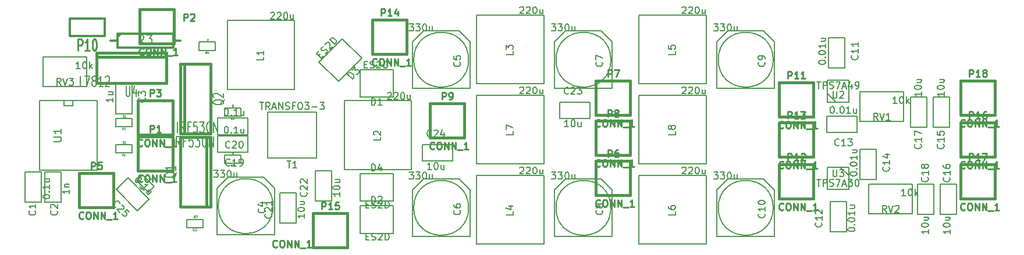
<source format=gto>
G04 (created by PCBNEW (2013-may-18)-stable) date 2014年02月07日 星期五 16时20分23秒*
%MOIN*%
G04 Gerber Fmt 3.4, Leading zero omitted, Abs format*
%FSLAX34Y34*%
G01*
G70*
G90*
G04 APERTURE LIST*
%ADD10C,0.00590551*%
%ADD11C,0.005*%
%ADD12C,0.012*%
%ADD13C,0.008*%
%ADD14C,0.015*%
%ADD15C,0.0107*%
%ADD16C,0.0019685*%
%ADD17C,0.006*%
%ADD18C,0.01*%
G04 APERTURE END LIST*
G54D10*
X50096Y-38653D02*
X53403Y-38653D01*
X53403Y-38653D02*
X53403Y-35976D01*
X53403Y-35976D02*
X52773Y-35346D01*
X52773Y-35346D02*
X50726Y-35346D01*
X50726Y-35346D02*
X50096Y-35976D01*
X50096Y-35976D02*
X50096Y-38653D01*
X53324Y-37000D02*
G75*
G03X53324Y-37000I-1574J0D01*
G74*
G01*
X67546Y-47153D02*
X70853Y-47153D01*
X70853Y-47153D02*
X70853Y-44476D01*
X70853Y-44476D02*
X70223Y-43846D01*
X70223Y-43846D02*
X68176Y-43846D01*
X68176Y-43846D02*
X67546Y-44476D01*
X67546Y-44476D02*
X67546Y-47153D01*
X70774Y-45500D02*
G75*
G03X70774Y-45500I-1574J0D01*
G74*
G01*
X38896Y-47053D02*
X42203Y-47053D01*
X42203Y-47053D02*
X42203Y-44376D01*
X42203Y-44376D02*
X41573Y-43746D01*
X41573Y-43746D02*
X39526Y-43746D01*
X39526Y-43746D02*
X38896Y-44376D01*
X38896Y-44376D02*
X38896Y-47053D01*
X42124Y-45400D02*
G75*
G03X42124Y-45400I-1574J0D01*
G74*
G01*
X58246Y-38653D02*
X61553Y-38653D01*
X61553Y-38653D02*
X61553Y-35976D01*
X61553Y-35976D02*
X60923Y-35346D01*
X60923Y-35346D02*
X58876Y-35346D01*
X58876Y-35346D02*
X58246Y-35976D01*
X58246Y-35976D02*
X58246Y-38653D01*
X61474Y-37000D02*
G75*
G03X61474Y-37000I-1574J0D01*
G74*
G01*
X50096Y-47153D02*
X53403Y-47153D01*
X53403Y-47153D02*
X53403Y-44476D01*
X53403Y-44476D02*
X52773Y-43846D01*
X52773Y-43846D02*
X50726Y-43846D01*
X50726Y-43846D02*
X50096Y-44476D01*
X50096Y-44476D02*
X50096Y-47153D01*
X53324Y-45500D02*
G75*
G03X53324Y-45500I-1574J0D01*
G74*
G01*
X67546Y-38653D02*
X70853Y-38653D01*
X70853Y-38653D02*
X70853Y-35976D01*
X70853Y-35976D02*
X70223Y-35346D01*
X70223Y-35346D02*
X68176Y-35346D01*
X68176Y-35346D02*
X67546Y-35976D01*
X67546Y-35976D02*
X67546Y-38653D01*
X70774Y-37000D02*
G75*
G03X70774Y-37000I-1574J0D01*
G74*
G01*
X58246Y-47153D02*
X61553Y-47153D01*
X61553Y-47153D02*
X61553Y-44476D01*
X61553Y-44476D02*
X60923Y-43846D01*
X60923Y-43846D02*
X58876Y-43846D01*
X58876Y-43846D02*
X58246Y-44476D01*
X58246Y-44476D02*
X58246Y-47153D01*
X61474Y-45500D02*
G75*
G03X61474Y-45500I-1574J0D01*
G74*
G01*
X53770Y-34431D02*
X57629Y-34431D01*
X57629Y-34431D02*
X57629Y-38368D01*
X57629Y-38368D02*
X53770Y-38368D01*
X53770Y-38368D02*
X53770Y-34431D01*
X39495Y-34756D02*
X43354Y-34756D01*
X43354Y-34756D02*
X43354Y-38693D01*
X43354Y-38693D02*
X39495Y-38693D01*
X39495Y-38693D02*
X39495Y-34756D01*
X63070Y-43631D02*
X66929Y-43631D01*
X66929Y-43631D02*
X66929Y-47568D01*
X66929Y-47568D02*
X63070Y-47568D01*
X63070Y-47568D02*
X63070Y-43631D01*
X46195Y-39356D02*
X50054Y-39356D01*
X50054Y-39356D02*
X50054Y-43293D01*
X50054Y-43293D02*
X46195Y-43293D01*
X46195Y-43293D02*
X46195Y-39356D01*
X63070Y-34431D02*
X66929Y-34431D01*
X66929Y-34431D02*
X66929Y-38368D01*
X66929Y-38368D02*
X63070Y-38368D01*
X63070Y-38368D02*
X63070Y-34431D01*
X53770Y-43631D02*
X57629Y-43631D01*
X57629Y-43631D02*
X57629Y-47568D01*
X57629Y-47568D02*
X53770Y-47568D01*
X53770Y-47568D02*
X53770Y-43631D01*
G54D11*
X28750Y-43350D02*
X28750Y-39350D01*
X28750Y-39350D02*
X32050Y-39350D01*
X32050Y-39350D02*
X32050Y-43350D01*
X32050Y-43350D02*
X28750Y-43350D01*
X30650Y-39350D02*
X30650Y-39650D01*
X30650Y-39650D02*
X30150Y-39650D01*
X30150Y-39650D02*
X30150Y-39350D01*
G54D12*
X30475Y-35650D02*
X30475Y-34650D01*
X30475Y-34650D02*
X32475Y-34650D01*
X32475Y-34650D02*
X32475Y-35650D01*
X32475Y-35650D02*
X30475Y-35650D01*
G54D10*
X33102Y-40836D02*
X33102Y-40363D01*
X33102Y-40363D02*
X34047Y-40363D01*
X34047Y-40363D02*
X34047Y-40836D01*
X34047Y-40836D02*
X33102Y-40836D01*
X33102Y-42336D02*
X33102Y-41863D01*
X33102Y-41863D02*
X34047Y-41863D01*
X34047Y-41863D02*
X34047Y-42336D01*
X34047Y-42336D02*
X33102Y-42336D01*
G54D13*
X74625Y-43175D02*
X75125Y-43650D01*
X75125Y-43175D02*
X73875Y-43175D01*
X73875Y-43175D02*
X73875Y-44425D01*
X73875Y-44425D02*
X75125Y-44425D01*
X75125Y-44425D02*
X75125Y-43175D01*
X74375Y-39425D02*
X73875Y-38950D01*
X73875Y-39425D02*
X75125Y-39425D01*
X75125Y-39425D02*
X75125Y-38175D01*
X75125Y-38175D02*
X73875Y-38175D01*
X73875Y-38175D02*
X73875Y-39425D01*
G54D14*
X38300Y-41425D02*
X38550Y-41425D01*
X38550Y-41425D02*
X38550Y-45425D01*
X38550Y-45425D02*
X38300Y-45425D01*
X36800Y-41425D02*
X38300Y-41425D01*
X38300Y-41425D02*
X38300Y-45425D01*
X38300Y-45425D02*
X36800Y-45425D01*
X36800Y-45425D02*
X36800Y-41425D01*
X37050Y-41250D02*
X36800Y-41250D01*
X36800Y-41250D02*
X36800Y-37250D01*
X36800Y-37250D02*
X37050Y-37250D01*
X38550Y-41250D02*
X37050Y-41250D01*
X37050Y-41250D02*
X37050Y-37250D01*
X37050Y-37250D02*
X38550Y-37250D01*
X38550Y-37250D02*
X38550Y-41250D01*
G54D10*
X48994Y-45112D02*
X47105Y-45112D01*
X47105Y-45112D02*
X47105Y-43537D01*
X47105Y-43537D02*
X48994Y-43537D01*
X48994Y-43537D02*
X48994Y-45112D01*
X44750Y-37136D02*
X46086Y-35800D01*
X46086Y-35800D02*
X47199Y-36913D01*
X47199Y-36913D02*
X45863Y-38249D01*
X45863Y-38249D02*
X44750Y-37136D01*
X48994Y-46962D02*
X47105Y-46962D01*
X47105Y-46962D02*
X47105Y-45387D01*
X47105Y-45387D02*
X48994Y-45387D01*
X48994Y-45387D02*
X48994Y-46962D01*
X47105Y-37562D02*
X48994Y-37562D01*
X48994Y-37562D02*
X48994Y-39137D01*
X48994Y-39137D02*
X47105Y-39137D01*
X47105Y-39137D02*
X47105Y-37562D01*
X80872Y-39133D02*
X80872Y-40866D01*
X80872Y-40866D02*
X79927Y-40866D01*
X79927Y-40866D02*
X79927Y-39133D01*
X79927Y-39133D02*
X80872Y-39133D01*
X79972Y-44133D02*
X79972Y-45866D01*
X79972Y-45866D02*
X79027Y-45866D01*
X79027Y-45866D02*
X79027Y-44133D01*
X79027Y-44133D02*
X79972Y-44133D01*
X81272Y-44133D02*
X81272Y-45866D01*
X81272Y-45866D02*
X80327Y-45866D01*
X80327Y-45866D02*
X80327Y-44133D01*
X80327Y-44133D02*
X81272Y-44133D01*
X75727Y-43866D02*
X75727Y-42133D01*
X75727Y-42133D02*
X76672Y-42133D01*
X76672Y-42133D02*
X76672Y-43866D01*
X76672Y-43866D02*
X75727Y-43866D01*
X74972Y-45133D02*
X74972Y-46866D01*
X74972Y-46866D02*
X74027Y-46866D01*
X74027Y-46866D02*
X74027Y-45133D01*
X74027Y-45133D02*
X74972Y-45133D01*
X79572Y-39133D02*
X79572Y-40866D01*
X79572Y-40866D02*
X78627Y-40866D01*
X78627Y-40866D02*
X78627Y-39133D01*
X78627Y-39133D02*
X79572Y-39133D01*
X73833Y-40227D02*
X75566Y-40227D01*
X75566Y-40227D02*
X75566Y-41172D01*
X75566Y-41172D02*
X73833Y-41172D01*
X73833Y-41172D02*
X73833Y-40227D01*
X73927Y-37466D02*
X73927Y-35733D01*
X73927Y-35733D02*
X74872Y-35733D01*
X74872Y-35733D02*
X74872Y-37466D01*
X74872Y-37466D02*
X73927Y-37466D01*
X33102Y-40091D02*
X33102Y-38358D01*
X33102Y-38358D02*
X34047Y-38358D01*
X34047Y-38358D02*
X34047Y-40091D01*
X34047Y-40091D02*
X33102Y-40091D01*
X29972Y-43433D02*
X29972Y-45166D01*
X29972Y-45166D02*
X29027Y-45166D01*
X29027Y-45166D02*
X29027Y-43433D01*
X29027Y-43433D02*
X29972Y-43433D01*
X28847Y-43433D02*
X28847Y-45166D01*
X28847Y-45166D02*
X27902Y-45166D01*
X27902Y-45166D02*
X27902Y-43433D01*
X27902Y-43433D02*
X28847Y-43433D01*
X76250Y-44150D02*
X78750Y-44150D01*
X78750Y-44150D02*
X78750Y-45850D01*
X78750Y-45850D02*
X76250Y-45850D01*
X76250Y-45850D02*
X76250Y-44150D01*
X75750Y-38850D02*
X78250Y-38850D01*
X78250Y-38850D02*
X78250Y-40550D01*
X78250Y-40550D02*
X75750Y-40550D01*
X75750Y-40550D02*
X75750Y-38850D01*
X28950Y-36850D02*
X31450Y-36850D01*
X31450Y-36850D02*
X31450Y-38550D01*
X31450Y-38550D02*
X28950Y-38550D01*
X28950Y-38550D02*
X28950Y-36850D01*
X41800Y-40000D02*
X44600Y-40000D01*
X44600Y-40000D02*
X44600Y-42650D01*
X44600Y-42650D02*
X41800Y-42650D01*
X41800Y-42650D02*
X41800Y-40000D01*
X63070Y-39031D02*
X66929Y-39031D01*
X66929Y-39031D02*
X66929Y-42968D01*
X66929Y-42968D02*
X63070Y-42968D01*
X63070Y-42968D02*
X63070Y-39031D01*
X53770Y-39031D02*
X57629Y-39031D01*
X57629Y-39031D02*
X57629Y-42968D01*
X57629Y-42968D02*
X53770Y-42968D01*
X53770Y-42968D02*
X53770Y-39031D01*
X37877Y-36461D02*
X37877Y-35988D01*
X37877Y-35988D02*
X38822Y-35988D01*
X38822Y-35988D02*
X38822Y-36461D01*
X38822Y-36461D02*
X37877Y-36461D01*
X38122Y-46163D02*
X38122Y-46636D01*
X38122Y-46636D02*
X37177Y-46636D01*
X37177Y-46636D02*
X37177Y-46163D01*
X37177Y-46163D02*
X38122Y-46163D01*
X39327Y-42936D02*
X39327Y-42463D01*
X39327Y-42463D02*
X40272Y-42463D01*
X40272Y-42463D02*
X40272Y-42936D01*
X40272Y-42936D02*
X39327Y-42936D01*
X39327Y-40236D02*
X39327Y-39763D01*
X39327Y-39763D02*
X40272Y-39763D01*
X40272Y-39763D02*
X40272Y-40236D01*
X40272Y-40236D02*
X39327Y-40236D01*
X38933Y-41377D02*
X40666Y-41377D01*
X40666Y-41377D02*
X40666Y-42322D01*
X40666Y-42322D02*
X38933Y-42322D01*
X38933Y-42322D02*
X38933Y-41377D01*
X38933Y-40352D02*
X40666Y-40352D01*
X40666Y-40352D02*
X40666Y-41297D01*
X40666Y-41297D02*
X38933Y-41297D01*
X38933Y-41297D02*
X38933Y-40352D01*
X43447Y-44633D02*
X43447Y-46366D01*
X43447Y-46366D02*
X42502Y-46366D01*
X42502Y-46366D02*
X42502Y-44633D01*
X42502Y-44633D02*
X43447Y-44633D01*
X45472Y-43383D02*
X45472Y-45116D01*
X45472Y-45116D02*
X44527Y-45116D01*
X44527Y-45116D02*
X44527Y-43383D01*
X44527Y-43383D02*
X45472Y-43383D01*
X52416Y-42822D02*
X50683Y-42822D01*
X50683Y-42822D02*
X50683Y-41877D01*
X50683Y-41877D02*
X52416Y-41877D01*
X52416Y-41877D02*
X52416Y-42822D01*
X60266Y-40372D02*
X58533Y-40372D01*
X58533Y-40372D02*
X58533Y-39427D01*
X58533Y-39427D02*
X60266Y-39427D01*
X60266Y-39427D02*
X60266Y-40372D01*
G54D14*
X47816Y-34716D02*
X49784Y-34716D01*
X49784Y-34716D02*
X49784Y-36684D01*
X49784Y-36684D02*
X47816Y-36684D01*
X47816Y-36684D02*
X47816Y-34716D01*
X44416Y-45816D02*
X46384Y-45816D01*
X46384Y-45816D02*
X46384Y-47784D01*
X46384Y-47784D02*
X44416Y-47784D01*
X44416Y-47784D02*
X44416Y-45816D01*
X71116Y-40616D02*
X73084Y-40616D01*
X73084Y-40616D02*
X73084Y-42584D01*
X73084Y-42584D02*
X71116Y-42584D01*
X71116Y-42584D02*
X71116Y-40616D01*
X81516Y-38216D02*
X83484Y-38216D01*
X83484Y-38216D02*
X83484Y-40184D01*
X83484Y-40184D02*
X81516Y-40184D01*
X81516Y-40184D02*
X81516Y-38216D01*
X81516Y-40616D02*
X83484Y-40616D01*
X83484Y-40616D02*
X83484Y-42584D01*
X83484Y-42584D02*
X81516Y-42584D01*
X81516Y-42584D02*
X81516Y-40616D01*
X81516Y-43016D02*
X83484Y-43016D01*
X83484Y-43016D02*
X83484Y-44984D01*
X83484Y-44984D02*
X81516Y-44984D01*
X81516Y-44984D02*
X81516Y-43016D01*
X34466Y-34116D02*
X36434Y-34116D01*
X36434Y-34116D02*
X36434Y-36084D01*
X36434Y-36084D02*
X34466Y-36084D01*
X34466Y-36084D02*
X34466Y-34116D01*
X34391Y-41391D02*
X36359Y-41391D01*
X36359Y-41391D02*
X36359Y-43359D01*
X36359Y-43359D02*
X34391Y-43359D01*
X34391Y-43359D02*
X34391Y-41391D01*
X34391Y-39341D02*
X36359Y-39341D01*
X36359Y-39341D02*
X36359Y-41309D01*
X36359Y-41309D02*
X34391Y-41309D01*
X34391Y-41309D02*
X34391Y-39341D01*
X51116Y-39516D02*
X53084Y-39516D01*
X53084Y-39516D02*
X53084Y-41484D01*
X53084Y-41484D02*
X51116Y-41484D01*
X51116Y-41484D02*
X51116Y-39516D01*
X60616Y-38216D02*
X62584Y-38216D01*
X62584Y-38216D02*
X62584Y-40184D01*
X62584Y-40184D02*
X60616Y-40184D01*
X60616Y-40184D02*
X60616Y-38216D01*
X60616Y-42816D02*
X62584Y-42816D01*
X62584Y-42816D02*
X62584Y-44784D01*
X62584Y-44784D02*
X60616Y-44784D01*
X60616Y-44784D02*
X60616Y-42816D01*
X60616Y-40516D02*
X62584Y-40516D01*
X62584Y-40516D02*
X62584Y-42484D01*
X62584Y-42484D02*
X60616Y-42484D01*
X60616Y-42484D02*
X60616Y-40516D01*
X71116Y-43016D02*
X73084Y-43016D01*
X73084Y-43016D02*
X73084Y-44984D01*
X73084Y-44984D02*
X71116Y-44984D01*
X71116Y-44984D02*
X71116Y-43016D01*
X71116Y-38316D02*
X73084Y-38316D01*
X73084Y-38316D02*
X73084Y-40284D01*
X73084Y-40284D02*
X71116Y-40284D01*
X71116Y-40284D02*
X71116Y-38316D01*
X31016Y-43516D02*
X32984Y-43516D01*
X32984Y-43516D02*
X32984Y-45484D01*
X32984Y-45484D02*
X31016Y-45484D01*
X31016Y-45484D02*
X31016Y-43516D01*
G54D12*
X32800Y-35900D02*
X33200Y-35900D01*
X33200Y-35900D02*
X33200Y-35500D01*
X33200Y-35500D02*
X36400Y-35500D01*
X36400Y-35500D02*
X36400Y-36300D01*
X36400Y-36300D02*
X33200Y-36300D01*
X33200Y-36300D02*
X33200Y-35900D01*
X33200Y-35700D02*
X33400Y-35500D01*
X36800Y-35900D02*
X36400Y-35900D01*
G54D10*
X33796Y-43778D02*
X35021Y-45003D01*
X35021Y-45003D02*
X34353Y-45671D01*
X34353Y-45671D02*
X33128Y-44446D01*
X33128Y-44446D02*
X33796Y-43778D01*
G54D14*
X32000Y-36850D02*
X32000Y-36600D01*
X32000Y-36600D02*
X36000Y-36600D01*
X36000Y-36600D02*
X36000Y-36850D01*
X32000Y-38350D02*
X32000Y-36850D01*
X32000Y-36850D02*
X36000Y-36850D01*
X36000Y-36850D02*
X36000Y-38350D01*
X36000Y-38350D02*
X32000Y-38350D01*
G54D10*
X34298Y-43932D02*
X34632Y-43598D01*
X34632Y-43598D02*
X35301Y-44267D01*
X35301Y-44267D02*
X34967Y-44601D01*
X34967Y-44601D02*
X34298Y-43932D01*
X52816Y-37144D02*
X52835Y-37163D01*
X52854Y-37219D01*
X52854Y-37256D01*
X52835Y-37313D01*
X52797Y-37350D01*
X52760Y-37369D01*
X52685Y-37388D01*
X52629Y-37388D01*
X52554Y-37369D01*
X52516Y-37350D01*
X52479Y-37313D01*
X52460Y-37256D01*
X52460Y-37219D01*
X52479Y-37163D01*
X52498Y-37144D01*
X52460Y-36788D02*
X52460Y-36975D01*
X52648Y-36994D01*
X52629Y-36975D01*
X52610Y-36938D01*
X52610Y-36844D01*
X52629Y-36806D01*
X52648Y-36788D01*
X52685Y-36769D01*
X52779Y-36769D01*
X52816Y-36788D01*
X52835Y-36806D01*
X52854Y-36844D01*
X52854Y-36938D01*
X52835Y-36975D01*
X52816Y-36994D01*
X49923Y-34954D02*
X50167Y-34954D01*
X50036Y-35104D01*
X50092Y-35104D01*
X50130Y-35123D01*
X50148Y-35142D01*
X50167Y-35179D01*
X50167Y-35273D01*
X50148Y-35310D01*
X50130Y-35329D01*
X50092Y-35348D01*
X49980Y-35348D01*
X49942Y-35329D01*
X49923Y-35310D01*
X50298Y-34954D02*
X50542Y-34954D01*
X50411Y-35104D01*
X50467Y-35104D01*
X50505Y-35123D01*
X50523Y-35142D01*
X50542Y-35179D01*
X50542Y-35273D01*
X50523Y-35310D01*
X50505Y-35329D01*
X50467Y-35348D01*
X50355Y-35348D01*
X50317Y-35329D01*
X50298Y-35310D01*
X50786Y-34954D02*
X50823Y-34954D01*
X50861Y-34973D01*
X50880Y-34992D01*
X50898Y-35029D01*
X50917Y-35104D01*
X50917Y-35198D01*
X50898Y-35273D01*
X50880Y-35310D01*
X50861Y-35329D01*
X50823Y-35348D01*
X50786Y-35348D01*
X50748Y-35329D01*
X50730Y-35310D01*
X50711Y-35273D01*
X50692Y-35198D01*
X50692Y-35104D01*
X50711Y-35029D01*
X50730Y-34992D01*
X50748Y-34973D01*
X50786Y-34954D01*
X51255Y-35085D02*
X51255Y-35348D01*
X51086Y-35085D02*
X51086Y-35292D01*
X51105Y-35329D01*
X51142Y-35348D01*
X51198Y-35348D01*
X51236Y-35329D01*
X51255Y-35310D01*
X70266Y-45831D02*
X70285Y-45850D01*
X70304Y-45906D01*
X70304Y-45944D01*
X70285Y-46000D01*
X70247Y-46038D01*
X70210Y-46056D01*
X70135Y-46075D01*
X70079Y-46075D01*
X70004Y-46056D01*
X69966Y-46038D01*
X69929Y-46000D01*
X69910Y-45944D01*
X69910Y-45906D01*
X69929Y-45850D01*
X69948Y-45831D01*
X70304Y-45456D02*
X70304Y-45681D01*
X70304Y-45569D02*
X69910Y-45569D01*
X69966Y-45606D01*
X70004Y-45644D01*
X70023Y-45681D01*
X69910Y-45213D02*
X69910Y-45175D01*
X69929Y-45138D01*
X69948Y-45119D01*
X69985Y-45100D01*
X70060Y-45081D01*
X70154Y-45081D01*
X70229Y-45100D01*
X70266Y-45119D01*
X70285Y-45138D01*
X70304Y-45175D01*
X70304Y-45213D01*
X70285Y-45250D01*
X70266Y-45269D01*
X70229Y-45288D01*
X70154Y-45306D01*
X70060Y-45306D01*
X69985Y-45288D01*
X69948Y-45269D01*
X69929Y-45250D01*
X69910Y-45213D01*
X67373Y-43454D02*
X67617Y-43454D01*
X67486Y-43604D01*
X67542Y-43604D01*
X67580Y-43623D01*
X67598Y-43642D01*
X67617Y-43679D01*
X67617Y-43773D01*
X67598Y-43810D01*
X67580Y-43829D01*
X67542Y-43848D01*
X67430Y-43848D01*
X67392Y-43829D01*
X67373Y-43810D01*
X67748Y-43454D02*
X67992Y-43454D01*
X67861Y-43604D01*
X67917Y-43604D01*
X67955Y-43623D01*
X67973Y-43642D01*
X67992Y-43679D01*
X67992Y-43773D01*
X67973Y-43810D01*
X67955Y-43829D01*
X67917Y-43848D01*
X67805Y-43848D01*
X67767Y-43829D01*
X67748Y-43810D01*
X68236Y-43454D02*
X68273Y-43454D01*
X68311Y-43473D01*
X68330Y-43492D01*
X68348Y-43529D01*
X68367Y-43604D01*
X68367Y-43698D01*
X68348Y-43773D01*
X68330Y-43810D01*
X68311Y-43829D01*
X68273Y-43848D01*
X68236Y-43848D01*
X68198Y-43829D01*
X68180Y-43810D01*
X68161Y-43773D01*
X68142Y-43698D01*
X68142Y-43604D01*
X68161Y-43529D01*
X68180Y-43492D01*
X68198Y-43473D01*
X68236Y-43454D01*
X68705Y-43585D02*
X68705Y-43848D01*
X68536Y-43585D02*
X68536Y-43792D01*
X68555Y-43829D01*
X68592Y-43848D01*
X68648Y-43848D01*
X68686Y-43829D01*
X68705Y-43810D01*
X41616Y-45544D02*
X41635Y-45563D01*
X41654Y-45619D01*
X41654Y-45656D01*
X41635Y-45713D01*
X41597Y-45750D01*
X41560Y-45769D01*
X41485Y-45788D01*
X41429Y-45788D01*
X41354Y-45769D01*
X41316Y-45750D01*
X41279Y-45713D01*
X41260Y-45656D01*
X41260Y-45619D01*
X41279Y-45563D01*
X41298Y-45544D01*
X41391Y-45206D02*
X41654Y-45206D01*
X41241Y-45300D02*
X41523Y-45394D01*
X41523Y-45150D01*
X38723Y-43354D02*
X38967Y-43354D01*
X38836Y-43504D01*
X38892Y-43504D01*
X38930Y-43523D01*
X38948Y-43542D01*
X38967Y-43579D01*
X38967Y-43673D01*
X38948Y-43710D01*
X38930Y-43729D01*
X38892Y-43748D01*
X38780Y-43748D01*
X38742Y-43729D01*
X38723Y-43710D01*
X39098Y-43354D02*
X39342Y-43354D01*
X39211Y-43504D01*
X39267Y-43504D01*
X39305Y-43523D01*
X39323Y-43542D01*
X39342Y-43579D01*
X39342Y-43673D01*
X39323Y-43710D01*
X39305Y-43729D01*
X39267Y-43748D01*
X39155Y-43748D01*
X39117Y-43729D01*
X39098Y-43710D01*
X39586Y-43354D02*
X39623Y-43354D01*
X39661Y-43373D01*
X39680Y-43392D01*
X39698Y-43429D01*
X39717Y-43504D01*
X39717Y-43598D01*
X39698Y-43673D01*
X39680Y-43710D01*
X39661Y-43729D01*
X39623Y-43748D01*
X39586Y-43748D01*
X39548Y-43729D01*
X39530Y-43710D01*
X39511Y-43673D01*
X39492Y-43598D01*
X39492Y-43504D01*
X39511Y-43429D01*
X39530Y-43392D01*
X39548Y-43373D01*
X39586Y-43354D01*
X40055Y-43485D02*
X40055Y-43748D01*
X39886Y-43485D02*
X39886Y-43692D01*
X39905Y-43729D01*
X39942Y-43748D01*
X39998Y-43748D01*
X40036Y-43729D01*
X40055Y-43710D01*
X60966Y-37144D02*
X60985Y-37163D01*
X61004Y-37219D01*
X61004Y-37256D01*
X60985Y-37313D01*
X60947Y-37350D01*
X60910Y-37369D01*
X60835Y-37388D01*
X60779Y-37388D01*
X60704Y-37369D01*
X60666Y-37350D01*
X60629Y-37313D01*
X60610Y-37256D01*
X60610Y-37219D01*
X60629Y-37163D01*
X60648Y-37144D01*
X60610Y-37013D02*
X60610Y-36750D01*
X61004Y-36919D01*
X58073Y-34954D02*
X58317Y-34954D01*
X58186Y-35104D01*
X58242Y-35104D01*
X58280Y-35123D01*
X58298Y-35142D01*
X58317Y-35179D01*
X58317Y-35273D01*
X58298Y-35310D01*
X58280Y-35329D01*
X58242Y-35348D01*
X58130Y-35348D01*
X58092Y-35329D01*
X58073Y-35310D01*
X58448Y-34954D02*
X58692Y-34954D01*
X58561Y-35104D01*
X58617Y-35104D01*
X58655Y-35123D01*
X58673Y-35142D01*
X58692Y-35179D01*
X58692Y-35273D01*
X58673Y-35310D01*
X58655Y-35329D01*
X58617Y-35348D01*
X58505Y-35348D01*
X58467Y-35329D01*
X58448Y-35310D01*
X58936Y-34954D02*
X58973Y-34954D01*
X59011Y-34973D01*
X59030Y-34992D01*
X59048Y-35029D01*
X59067Y-35104D01*
X59067Y-35198D01*
X59048Y-35273D01*
X59030Y-35310D01*
X59011Y-35329D01*
X58973Y-35348D01*
X58936Y-35348D01*
X58898Y-35329D01*
X58880Y-35310D01*
X58861Y-35273D01*
X58842Y-35198D01*
X58842Y-35104D01*
X58861Y-35029D01*
X58880Y-34992D01*
X58898Y-34973D01*
X58936Y-34954D01*
X59405Y-35085D02*
X59405Y-35348D01*
X59236Y-35085D02*
X59236Y-35292D01*
X59255Y-35329D01*
X59292Y-35348D01*
X59348Y-35348D01*
X59386Y-35329D01*
X59405Y-35310D01*
X52816Y-45644D02*
X52835Y-45663D01*
X52854Y-45719D01*
X52854Y-45756D01*
X52835Y-45813D01*
X52797Y-45850D01*
X52760Y-45869D01*
X52685Y-45888D01*
X52629Y-45888D01*
X52554Y-45869D01*
X52516Y-45850D01*
X52479Y-45813D01*
X52460Y-45756D01*
X52460Y-45719D01*
X52479Y-45663D01*
X52498Y-45644D01*
X52460Y-45306D02*
X52460Y-45381D01*
X52479Y-45419D01*
X52498Y-45438D01*
X52554Y-45475D01*
X52629Y-45494D01*
X52779Y-45494D01*
X52816Y-45475D01*
X52835Y-45456D01*
X52854Y-45419D01*
X52854Y-45344D01*
X52835Y-45306D01*
X52816Y-45288D01*
X52779Y-45269D01*
X52685Y-45269D01*
X52648Y-45288D01*
X52629Y-45306D01*
X52610Y-45344D01*
X52610Y-45419D01*
X52629Y-45456D01*
X52648Y-45475D01*
X52685Y-45494D01*
X49923Y-43454D02*
X50167Y-43454D01*
X50036Y-43604D01*
X50092Y-43604D01*
X50130Y-43623D01*
X50148Y-43642D01*
X50167Y-43679D01*
X50167Y-43773D01*
X50148Y-43810D01*
X50130Y-43829D01*
X50092Y-43848D01*
X49980Y-43848D01*
X49942Y-43829D01*
X49923Y-43810D01*
X50298Y-43454D02*
X50542Y-43454D01*
X50411Y-43604D01*
X50467Y-43604D01*
X50505Y-43623D01*
X50523Y-43642D01*
X50542Y-43679D01*
X50542Y-43773D01*
X50523Y-43810D01*
X50505Y-43829D01*
X50467Y-43848D01*
X50355Y-43848D01*
X50317Y-43829D01*
X50298Y-43810D01*
X50786Y-43454D02*
X50823Y-43454D01*
X50861Y-43473D01*
X50880Y-43492D01*
X50898Y-43529D01*
X50917Y-43604D01*
X50917Y-43698D01*
X50898Y-43773D01*
X50880Y-43810D01*
X50861Y-43829D01*
X50823Y-43848D01*
X50786Y-43848D01*
X50748Y-43829D01*
X50730Y-43810D01*
X50711Y-43773D01*
X50692Y-43698D01*
X50692Y-43604D01*
X50711Y-43529D01*
X50730Y-43492D01*
X50748Y-43473D01*
X50786Y-43454D01*
X51255Y-43585D02*
X51255Y-43848D01*
X51086Y-43585D02*
X51086Y-43792D01*
X51105Y-43829D01*
X51142Y-43848D01*
X51198Y-43848D01*
X51236Y-43829D01*
X51255Y-43810D01*
X70266Y-37144D02*
X70285Y-37163D01*
X70304Y-37219D01*
X70304Y-37256D01*
X70285Y-37313D01*
X70247Y-37350D01*
X70210Y-37369D01*
X70135Y-37388D01*
X70079Y-37388D01*
X70004Y-37369D01*
X69966Y-37350D01*
X69929Y-37313D01*
X69910Y-37256D01*
X69910Y-37219D01*
X69929Y-37163D01*
X69948Y-37144D01*
X70304Y-36956D02*
X70304Y-36881D01*
X70285Y-36844D01*
X70266Y-36825D01*
X70210Y-36788D01*
X70135Y-36769D01*
X69985Y-36769D01*
X69948Y-36788D01*
X69929Y-36806D01*
X69910Y-36844D01*
X69910Y-36919D01*
X69929Y-36956D01*
X69948Y-36975D01*
X69985Y-36994D01*
X70079Y-36994D01*
X70116Y-36975D01*
X70135Y-36956D01*
X70154Y-36919D01*
X70154Y-36844D01*
X70135Y-36806D01*
X70116Y-36788D01*
X70079Y-36769D01*
X67373Y-34954D02*
X67617Y-34954D01*
X67486Y-35104D01*
X67542Y-35104D01*
X67580Y-35123D01*
X67598Y-35142D01*
X67617Y-35179D01*
X67617Y-35273D01*
X67598Y-35310D01*
X67580Y-35329D01*
X67542Y-35348D01*
X67430Y-35348D01*
X67392Y-35329D01*
X67373Y-35310D01*
X67748Y-34954D02*
X67992Y-34954D01*
X67861Y-35104D01*
X67917Y-35104D01*
X67955Y-35123D01*
X67973Y-35142D01*
X67992Y-35179D01*
X67992Y-35273D01*
X67973Y-35310D01*
X67955Y-35329D01*
X67917Y-35348D01*
X67805Y-35348D01*
X67767Y-35329D01*
X67748Y-35310D01*
X68236Y-34954D02*
X68273Y-34954D01*
X68311Y-34973D01*
X68330Y-34992D01*
X68348Y-35029D01*
X68367Y-35104D01*
X68367Y-35198D01*
X68348Y-35273D01*
X68330Y-35310D01*
X68311Y-35329D01*
X68273Y-35348D01*
X68236Y-35348D01*
X68198Y-35329D01*
X68180Y-35310D01*
X68161Y-35273D01*
X68142Y-35198D01*
X68142Y-35104D01*
X68161Y-35029D01*
X68180Y-34992D01*
X68198Y-34973D01*
X68236Y-34954D01*
X68705Y-35085D02*
X68705Y-35348D01*
X68536Y-35085D02*
X68536Y-35292D01*
X68555Y-35329D01*
X68592Y-35348D01*
X68648Y-35348D01*
X68686Y-35329D01*
X68705Y-35310D01*
X60966Y-45644D02*
X60985Y-45663D01*
X61004Y-45719D01*
X61004Y-45756D01*
X60985Y-45813D01*
X60947Y-45850D01*
X60910Y-45869D01*
X60835Y-45888D01*
X60779Y-45888D01*
X60704Y-45869D01*
X60666Y-45850D01*
X60629Y-45813D01*
X60610Y-45756D01*
X60610Y-45719D01*
X60629Y-45663D01*
X60648Y-45644D01*
X60779Y-45419D02*
X60760Y-45456D01*
X60741Y-45475D01*
X60704Y-45494D01*
X60685Y-45494D01*
X60648Y-45475D01*
X60629Y-45456D01*
X60610Y-45419D01*
X60610Y-45344D01*
X60629Y-45306D01*
X60648Y-45288D01*
X60685Y-45269D01*
X60704Y-45269D01*
X60741Y-45288D01*
X60760Y-45306D01*
X60779Y-45344D01*
X60779Y-45419D01*
X60798Y-45456D01*
X60816Y-45475D01*
X60854Y-45494D01*
X60929Y-45494D01*
X60966Y-45475D01*
X60985Y-45456D01*
X61004Y-45419D01*
X61004Y-45344D01*
X60985Y-45306D01*
X60966Y-45288D01*
X60929Y-45269D01*
X60854Y-45269D01*
X60816Y-45288D01*
X60798Y-45306D01*
X60779Y-45344D01*
X58073Y-43454D02*
X58317Y-43454D01*
X58186Y-43604D01*
X58242Y-43604D01*
X58280Y-43623D01*
X58298Y-43642D01*
X58317Y-43679D01*
X58317Y-43773D01*
X58298Y-43810D01*
X58280Y-43829D01*
X58242Y-43848D01*
X58130Y-43848D01*
X58092Y-43829D01*
X58073Y-43810D01*
X58448Y-43454D02*
X58692Y-43454D01*
X58561Y-43604D01*
X58617Y-43604D01*
X58655Y-43623D01*
X58673Y-43642D01*
X58692Y-43679D01*
X58692Y-43773D01*
X58673Y-43810D01*
X58655Y-43829D01*
X58617Y-43848D01*
X58505Y-43848D01*
X58467Y-43829D01*
X58448Y-43810D01*
X58936Y-43454D02*
X58973Y-43454D01*
X59011Y-43473D01*
X59030Y-43492D01*
X59048Y-43529D01*
X59067Y-43604D01*
X59067Y-43698D01*
X59048Y-43773D01*
X59030Y-43810D01*
X59011Y-43829D01*
X58973Y-43848D01*
X58936Y-43848D01*
X58898Y-43829D01*
X58880Y-43810D01*
X58861Y-43773D01*
X58842Y-43698D01*
X58842Y-43604D01*
X58861Y-43529D01*
X58880Y-43492D01*
X58898Y-43473D01*
X58936Y-43454D01*
X59405Y-43585D02*
X59405Y-43848D01*
X59236Y-43585D02*
X59236Y-43792D01*
X59255Y-43829D01*
X59292Y-43848D01*
X59348Y-43848D01*
X59386Y-43829D01*
X59405Y-43810D01*
X55859Y-36504D02*
X55859Y-36692D01*
X55465Y-36692D01*
X55465Y-36411D02*
X55465Y-36167D01*
X55615Y-36298D01*
X55615Y-36242D01*
X55634Y-36205D01*
X55653Y-36186D01*
X55690Y-36167D01*
X55784Y-36167D01*
X55821Y-36186D01*
X55840Y-36205D01*
X55859Y-36242D01*
X55859Y-36355D01*
X55840Y-36392D01*
X55821Y-36411D01*
X56254Y-33998D02*
X56273Y-33979D01*
X56311Y-33960D01*
X56404Y-33960D01*
X56442Y-33979D01*
X56461Y-33998D01*
X56479Y-34035D01*
X56479Y-34073D01*
X56461Y-34129D01*
X56236Y-34354D01*
X56479Y-34354D01*
X56629Y-33998D02*
X56648Y-33979D01*
X56686Y-33960D01*
X56779Y-33960D01*
X56817Y-33979D01*
X56836Y-33998D01*
X56854Y-34035D01*
X56854Y-34073D01*
X56836Y-34129D01*
X56611Y-34354D01*
X56854Y-34354D01*
X57098Y-33960D02*
X57136Y-33960D01*
X57173Y-33979D01*
X57192Y-33998D01*
X57211Y-34035D01*
X57229Y-34110D01*
X57229Y-34204D01*
X57211Y-34279D01*
X57192Y-34317D01*
X57173Y-34335D01*
X57136Y-34354D01*
X57098Y-34354D01*
X57061Y-34335D01*
X57042Y-34317D01*
X57023Y-34279D01*
X57004Y-34204D01*
X57004Y-34110D01*
X57023Y-34035D01*
X57042Y-33998D01*
X57061Y-33979D01*
X57098Y-33960D01*
X57567Y-34092D02*
X57567Y-34354D01*
X57398Y-34092D02*
X57398Y-34298D01*
X57417Y-34335D01*
X57454Y-34354D01*
X57511Y-34354D01*
X57548Y-34335D01*
X57567Y-34317D01*
X41584Y-36829D02*
X41584Y-37017D01*
X41190Y-37017D01*
X41584Y-36492D02*
X41584Y-36717D01*
X41584Y-36605D02*
X41190Y-36605D01*
X41246Y-36642D01*
X41284Y-36680D01*
X41303Y-36717D01*
X41979Y-34323D02*
X41998Y-34304D01*
X42036Y-34285D01*
X42129Y-34285D01*
X42167Y-34304D01*
X42186Y-34323D01*
X42204Y-34360D01*
X42204Y-34398D01*
X42186Y-34454D01*
X41961Y-34679D01*
X42204Y-34679D01*
X42354Y-34323D02*
X42373Y-34304D01*
X42411Y-34285D01*
X42504Y-34285D01*
X42542Y-34304D01*
X42561Y-34323D01*
X42579Y-34360D01*
X42579Y-34398D01*
X42561Y-34454D01*
X42336Y-34679D01*
X42579Y-34679D01*
X42823Y-34285D02*
X42861Y-34285D01*
X42898Y-34304D01*
X42917Y-34323D01*
X42936Y-34360D01*
X42954Y-34435D01*
X42954Y-34529D01*
X42936Y-34604D01*
X42917Y-34642D01*
X42898Y-34660D01*
X42861Y-34679D01*
X42823Y-34679D01*
X42786Y-34660D01*
X42767Y-34642D01*
X42748Y-34604D01*
X42729Y-34529D01*
X42729Y-34435D01*
X42748Y-34360D01*
X42767Y-34323D01*
X42786Y-34304D01*
X42823Y-34285D01*
X43292Y-34417D02*
X43292Y-34679D01*
X43123Y-34417D02*
X43123Y-34623D01*
X43142Y-34660D01*
X43179Y-34679D01*
X43236Y-34679D01*
X43273Y-34660D01*
X43292Y-34642D01*
X65159Y-45704D02*
X65159Y-45892D01*
X64765Y-45892D01*
X64765Y-45405D02*
X64765Y-45480D01*
X64784Y-45517D01*
X64803Y-45536D01*
X64859Y-45573D01*
X64934Y-45592D01*
X65084Y-45592D01*
X65121Y-45573D01*
X65140Y-45555D01*
X65159Y-45517D01*
X65159Y-45442D01*
X65140Y-45405D01*
X65121Y-45386D01*
X65084Y-45367D01*
X64990Y-45367D01*
X64953Y-45386D01*
X64934Y-45405D01*
X64915Y-45442D01*
X64915Y-45517D01*
X64934Y-45555D01*
X64953Y-45573D01*
X64990Y-45592D01*
X65554Y-43198D02*
X65573Y-43179D01*
X65611Y-43160D01*
X65704Y-43160D01*
X65742Y-43179D01*
X65761Y-43198D01*
X65779Y-43235D01*
X65779Y-43273D01*
X65761Y-43329D01*
X65536Y-43554D01*
X65779Y-43554D01*
X65929Y-43198D02*
X65948Y-43179D01*
X65986Y-43160D01*
X66079Y-43160D01*
X66117Y-43179D01*
X66136Y-43198D01*
X66154Y-43235D01*
X66154Y-43273D01*
X66136Y-43329D01*
X65911Y-43554D01*
X66154Y-43554D01*
X66398Y-43160D02*
X66436Y-43160D01*
X66473Y-43179D01*
X66492Y-43198D01*
X66511Y-43235D01*
X66529Y-43310D01*
X66529Y-43404D01*
X66511Y-43479D01*
X66492Y-43517D01*
X66473Y-43535D01*
X66436Y-43554D01*
X66398Y-43554D01*
X66361Y-43535D01*
X66342Y-43517D01*
X66323Y-43479D01*
X66304Y-43404D01*
X66304Y-43310D01*
X66323Y-43235D01*
X66342Y-43198D01*
X66361Y-43179D01*
X66398Y-43160D01*
X66867Y-43292D02*
X66867Y-43554D01*
X66698Y-43292D02*
X66698Y-43498D01*
X66717Y-43535D01*
X66754Y-43554D01*
X66811Y-43554D01*
X66848Y-43535D01*
X66867Y-43517D01*
X48284Y-41429D02*
X48284Y-41617D01*
X47890Y-41617D01*
X47928Y-41317D02*
X47909Y-41298D01*
X47890Y-41261D01*
X47890Y-41167D01*
X47909Y-41130D01*
X47928Y-41111D01*
X47965Y-41092D01*
X48003Y-41092D01*
X48059Y-41111D01*
X48284Y-41336D01*
X48284Y-41092D01*
X48679Y-38923D02*
X48698Y-38904D01*
X48736Y-38885D01*
X48829Y-38885D01*
X48867Y-38904D01*
X48886Y-38923D01*
X48904Y-38960D01*
X48904Y-38998D01*
X48886Y-39054D01*
X48661Y-39279D01*
X48904Y-39279D01*
X49054Y-38923D02*
X49073Y-38904D01*
X49111Y-38885D01*
X49204Y-38885D01*
X49242Y-38904D01*
X49261Y-38923D01*
X49279Y-38960D01*
X49279Y-38998D01*
X49261Y-39054D01*
X49036Y-39279D01*
X49279Y-39279D01*
X49523Y-38885D02*
X49561Y-38885D01*
X49598Y-38904D01*
X49617Y-38923D01*
X49636Y-38960D01*
X49654Y-39035D01*
X49654Y-39129D01*
X49636Y-39204D01*
X49617Y-39242D01*
X49598Y-39260D01*
X49561Y-39279D01*
X49523Y-39279D01*
X49486Y-39260D01*
X49467Y-39242D01*
X49448Y-39204D01*
X49429Y-39129D01*
X49429Y-39035D01*
X49448Y-38960D01*
X49467Y-38923D01*
X49486Y-38904D01*
X49523Y-38885D01*
X49992Y-39017D02*
X49992Y-39279D01*
X49823Y-39017D02*
X49823Y-39223D01*
X49842Y-39260D01*
X49879Y-39279D01*
X49936Y-39279D01*
X49973Y-39260D01*
X49992Y-39242D01*
X65159Y-36504D02*
X65159Y-36692D01*
X64765Y-36692D01*
X64765Y-36186D02*
X64765Y-36373D01*
X64953Y-36392D01*
X64934Y-36373D01*
X64915Y-36336D01*
X64915Y-36242D01*
X64934Y-36205D01*
X64953Y-36186D01*
X64990Y-36167D01*
X65084Y-36167D01*
X65121Y-36186D01*
X65140Y-36205D01*
X65159Y-36242D01*
X65159Y-36336D01*
X65140Y-36373D01*
X65121Y-36392D01*
X65554Y-33998D02*
X65573Y-33979D01*
X65611Y-33960D01*
X65704Y-33960D01*
X65742Y-33979D01*
X65761Y-33998D01*
X65779Y-34035D01*
X65779Y-34073D01*
X65761Y-34129D01*
X65536Y-34354D01*
X65779Y-34354D01*
X65929Y-33998D02*
X65948Y-33979D01*
X65986Y-33960D01*
X66079Y-33960D01*
X66117Y-33979D01*
X66136Y-33998D01*
X66154Y-34035D01*
X66154Y-34073D01*
X66136Y-34129D01*
X65911Y-34354D01*
X66154Y-34354D01*
X66398Y-33960D02*
X66436Y-33960D01*
X66473Y-33979D01*
X66492Y-33998D01*
X66511Y-34035D01*
X66529Y-34110D01*
X66529Y-34204D01*
X66511Y-34279D01*
X66492Y-34317D01*
X66473Y-34335D01*
X66436Y-34354D01*
X66398Y-34354D01*
X66361Y-34335D01*
X66342Y-34317D01*
X66323Y-34279D01*
X66304Y-34204D01*
X66304Y-34110D01*
X66323Y-34035D01*
X66342Y-33998D01*
X66361Y-33979D01*
X66398Y-33960D01*
X66867Y-34092D02*
X66867Y-34354D01*
X66698Y-34092D02*
X66698Y-34298D01*
X66717Y-34335D01*
X66754Y-34354D01*
X66811Y-34354D01*
X66848Y-34335D01*
X66867Y-34317D01*
X55859Y-45704D02*
X55859Y-45892D01*
X55465Y-45892D01*
X55596Y-45405D02*
X55859Y-45405D01*
X55446Y-45498D02*
X55728Y-45592D01*
X55728Y-45348D01*
X56254Y-43198D02*
X56273Y-43179D01*
X56311Y-43160D01*
X56404Y-43160D01*
X56442Y-43179D01*
X56461Y-43198D01*
X56479Y-43235D01*
X56479Y-43273D01*
X56461Y-43329D01*
X56236Y-43554D01*
X56479Y-43554D01*
X56629Y-43198D02*
X56648Y-43179D01*
X56686Y-43160D01*
X56779Y-43160D01*
X56817Y-43179D01*
X56836Y-43198D01*
X56854Y-43235D01*
X56854Y-43273D01*
X56836Y-43329D01*
X56611Y-43554D01*
X56854Y-43554D01*
X57098Y-43160D02*
X57136Y-43160D01*
X57173Y-43179D01*
X57192Y-43198D01*
X57211Y-43235D01*
X57229Y-43310D01*
X57229Y-43404D01*
X57211Y-43479D01*
X57192Y-43517D01*
X57173Y-43535D01*
X57136Y-43554D01*
X57098Y-43554D01*
X57061Y-43535D01*
X57042Y-43517D01*
X57023Y-43479D01*
X57004Y-43404D01*
X57004Y-43310D01*
X57023Y-43235D01*
X57042Y-43198D01*
X57061Y-43179D01*
X57098Y-43160D01*
X57567Y-43292D02*
X57567Y-43554D01*
X57398Y-43292D02*
X57398Y-43498D01*
X57417Y-43535D01*
X57454Y-43554D01*
X57511Y-43554D01*
X57548Y-43535D01*
X57567Y-43517D01*
G54D13*
X29532Y-41692D02*
X29896Y-41692D01*
X29939Y-41671D01*
X29960Y-41650D01*
X29982Y-41607D01*
X29982Y-41521D01*
X29960Y-41478D01*
X29939Y-41457D01*
X29896Y-41435D01*
X29532Y-41435D01*
X29982Y-40985D02*
X29982Y-41242D01*
X29982Y-41114D02*
X29532Y-41114D01*
X29596Y-41157D01*
X29639Y-41200D01*
X29660Y-41242D01*
G54D15*
X30951Y-36489D02*
X30951Y-35808D01*
X31114Y-35808D01*
X31155Y-35840D01*
X31175Y-35873D01*
X31195Y-35938D01*
X31195Y-36035D01*
X31175Y-36100D01*
X31155Y-36132D01*
X31114Y-36165D01*
X30951Y-36165D01*
X31603Y-36489D02*
X31358Y-36489D01*
X31481Y-36489D02*
X31481Y-35808D01*
X31440Y-35905D01*
X31399Y-35970D01*
X31358Y-36002D01*
X31868Y-35808D02*
X31909Y-35808D01*
X31950Y-35840D01*
X31970Y-35873D01*
X31990Y-35938D01*
X32011Y-36067D01*
X32011Y-36229D01*
X31990Y-36359D01*
X31970Y-36424D01*
X31950Y-36456D01*
X31909Y-36489D01*
X31868Y-36489D01*
X31827Y-36456D01*
X31807Y-36424D01*
X31786Y-36359D01*
X31766Y-36229D01*
X31766Y-36067D01*
X31786Y-35938D01*
X31807Y-35873D01*
X31827Y-35840D01*
X31868Y-35808D01*
G54D12*
G54D16*
X33535Y-41021D02*
X33496Y-40965D01*
X33468Y-41021D02*
X33468Y-40903D01*
X33513Y-40903D01*
X33524Y-40909D01*
X33530Y-40914D01*
X33535Y-40926D01*
X33535Y-40943D01*
X33530Y-40954D01*
X33524Y-40959D01*
X33513Y-40965D01*
X33468Y-40965D01*
X33580Y-40914D02*
X33586Y-40909D01*
X33597Y-40903D01*
X33625Y-40903D01*
X33636Y-40909D01*
X33642Y-40914D01*
X33648Y-40926D01*
X33648Y-40937D01*
X33642Y-40954D01*
X33575Y-41021D01*
X33648Y-41021D01*
X33566Y-40175D02*
X33510Y-40175D01*
X33504Y-40231D01*
X33510Y-40225D01*
X33521Y-40220D01*
X33549Y-40220D01*
X33560Y-40225D01*
X33566Y-40231D01*
X33572Y-40242D01*
X33572Y-40270D01*
X33566Y-40282D01*
X33560Y-40287D01*
X33549Y-40293D01*
X33521Y-40293D01*
X33510Y-40287D01*
X33504Y-40282D01*
X33684Y-40293D02*
X33617Y-40293D01*
X33650Y-40293D02*
X33650Y-40175D01*
X33639Y-40192D01*
X33628Y-40203D01*
X33617Y-40209D01*
X33535Y-42521D02*
X33496Y-42465D01*
X33468Y-42521D02*
X33468Y-42403D01*
X33513Y-42403D01*
X33524Y-42409D01*
X33530Y-42414D01*
X33535Y-42426D01*
X33535Y-42443D01*
X33530Y-42454D01*
X33524Y-42459D01*
X33513Y-42465D01*
X33468Y-42465D01*
X33648Y-42521D02*
X33580Y-42521D01*
X33614Y-42521D02*
X33614Y-42403D01*
X33603Y-42420D01*
X33591Y-42431D01*
X33580Y-42437D01*
X33566Y-41675D02*
X33510Y-41675D01*
X33504Y-41731D01*
X33510Y-41725D01*
X33521Y-41720D01*
X33549Y-41720D01*
X33560Y-41725D01*
X33566Y-41731D01*
X33572Y-41742D01*
X33572Y-41770D01*
X33566Y-41782D01*
X33560Y-41787D01*
X33549Y-41793D01*
X33521Y-41793D01*
X33510Y-41787D01*
X33504Y-41782D01*
X33684Y-41793D02*
X33617Y-41793D01*
X33650Y-41793D02*
X33650Y-41675D01*
X33639Y-41692D01*
X33628Y-41703D01*
X33617Y-41709D01*
G54D17*
X74199Y-43315D02*
X74199Y-43634D01*
X74218Y-43671D01*
X74237Y-43690D01*
X74274Y-43709D01*
X74349Y-43709D01*
X74387Y-43690D01*
X74406Y-43671D01*
X74424Y-43634D01*
X74424Y-43315D01*
X74575Y-43315D02*
X74818Y-43315D01*
X74687Y-43465D01*
X74743Y-43465D01*
X74781Y-43484D01*
X74800Y-43503D01*
X74818Y-43540D01*
X74818Y-43634D01*
X74800Y-43671D01*
X74781Y-43690D01*
X74743Y-43709D01*
X74631Y-43709D01*
X74593Y-43690D01*
X74575Y-43671D01*
G54D11*
X73271Y-43865D02*
X73496Y-43865D01*
X73383Y-44259D02*
X73383Y-43865D01*
X73627Y-44259D02*
X73627Y-43865D01*
X73777Y-43865D01*
X73815Y-43884D01*
X73833Y-43903D01*
X73852Y-43940D01*
X73852Y-43996D01*
X73833Y-44034D01*
X73815Y-44053D01*
X73777Y-44071D01*
X73627Y-44071D01*
X74002Y-44240D02*
X74059Y-44259D01*
X74152Y-44259D01*
X74190Y-44240D01*
X74209Y-44221D01*
X74227Y-44184D01*
X74227Y-44146D01*
X74209Y-44109D01*
X74190Y-44090D01*
X74152Y-44071D01*
X74077Y-44053D01*
X74040Y-44034D01*
X74021Y-44015D01*
X74002Y-43978D01*
X74002Y-43940D01*
X74021Y-43903D01*
X74040Y-43884D01*
X74077Y-43865D01*
X74171Y-43865D01*
X74227Y-43884D01*
X74359Y-43865D02*
X74621Y-43865D01*
X74453Y-44259D01*
X74753Y-44146D02*
X74940Y-44146D01*
X74715Y-44259D02*
X74847Y-43865D01*
X74978Y-44259D01*
X75072Y-43865D02*
X75316Y-43865D01*
X75184Y-44015D01*
X75241Y-44015D01*
X75278Y-44034D01*
X75297Y-44053D01*
X75316Y-44090D01*
X75316Y-44184D01*
X75297Y-44221D01*
X75278Y-44240D01*
X75241Y-44259D01*
X75128Y-44259D01*
X75091Y-44240D01*
X75072Y-44221D01*
X75560Y-43865D02*
X75597Y-43865D01*
X75635Y-43884D01*
X75653Y-43903D01*
X75672Y-43940D01*
X75691Y-44015D01*
X75691Y-44109D01*
X75672Y-44184D01*
X75653Y-44221D01*
X75635Y-44240D01*
X75597Y-44259D01*
X75560Y-44259D01*
X75522Y-44240D01*
X75503Y-44221D01*
X75485Y-44184D01*
X75466Y-44109D01*
X75466Y-44015D01*
X75485Y-43940D01*
X75503Y-43903D01*
X75522Y-43884D01*
X75560Y-43865D01*
G54D17*
X74199Y-38815D02*
X74199Y-39134D01*
X74218Y-39171D01*
X74237Y-39190D01*
X74274Y-39209D01*
X74349Y-39209D01*
X74387Y-39190D01*
X74406Y-39171D01*
X74424Y-39134D01*
X74424Y-38815D01*
X74593Y-38853D02*
X74612Y-38834D01*
X74650Y-38815D01*
X74743Y-38815D01*
X74781Y-38834D01*
X74800Y-38853D01*
X74818Y-38890D01*
X74818Y-38928D01*
X74800Y-38984D01*
X74575Y-39209D01*
X74818Y-39209D01*
G54D11*
X73271Y-38265D02*
X73496Y-38265D01*
X73383Y-38659D02*
X73383Y-38265D01*
X73627Y-38659D02*
X73627Y-38265D01*
X73777Y-38265D01*
X73815Y-38284D01*
X73833Y-38303D01*
X73852Y-38340D01*
X73852Y-38396D01*
X73833Y-38434D01*
X73815Y-38453D01*
X73777Y-38471D01*
X73627Y-38471D01*
X74002Y-38640D02*
X74059Y-38659D01*
X74152Y-38659D01*
X74190Y-38640D01*
X74209Y-38621D01*
X74227Y-38584D01*
X74227Y-38546D01*
X74209Y-38509D01*
X74190Y-38490D01*
X74152Y-38471D01*
X74077Y-38453D01*
X74040Y-38434D01*
X74021Y-38415D01*
X74002Y-38378D01*
X74002Y-38340D01*
X74021Y-38303D01*
X74040Y-38284D01*
X74077Y-38265D01*
X74171Y-38265D01*
X74227Y-38284D01*
X74359Y-38265D02*
X74621Y-38265D01*
X74453Y-38659D01*
X74753Y-38546D02*
X74940Y-38546D01*
X74715Y-38659D02*
X74847Y-38265D01*
X74978Y-38659D01*
X75278Y-38396D02*
X75278Y-38659D01*
X75184Y-38246D02*
X75091Y-38528D01*
X75334Y-38528D01*
X75503Y-38659D02*
X75578Y-38659D01*
X75616Y-38640D01*
X75635Y-38621D01*
X75672Y-38565D01*
X75691Y-38490D01*
X75691Y-38340D01*
X75672Y-38303D01*
X75653Y-38284D01*
X75616Y-38265D01*
X75541Y-38265D01*
X75503Y-38284D01*
X75485Y-38303D01*
X75466Y-38340D01*
X75466Y-38434D01*
X75485Y-38471D01*
X75503Y-38490D01*
X75541Y-38509D01*
X75616Y-38509D01*
X75653Y-38490D01*
X75672Y-38471D01*
X75691Y-38434D01*
G54D13*
X36600Y-43463D02*
X36571Y-43501D01*
X36514Y-43539D01*
X36428Y-43596D01*
X36400Y-43634D01*
X36400Y-43672D01*
X36542Y-43653D02*
X36514Y-43691D01*
X36457Y-43729D01*
X36342Y-43748D01*
X36142Y-43748D01*
X36028Y-43729D01*
X35971Y-43691D01*
X35942Y-43653D01*
X35942Y-43577D01*
X35971Y-43539D01*
X36028Y-43501D01*
X36142Y-43482D01*
X36342Y-43482D01*
X36457Y-43501D01*
X36514Y-43539D01*
X36542Y-43577D01*
X36542Y-43653D01*
X36542Y-43101D02*
X36542Y-43329D01*
X36542Y-43215D02*
X35942Y-43215D01*
X36028Y-43253D01*
X36085Y-43291D01*
X36114Y-43329D01*
X36647Y-41167D02*
X36647Y-40567D01*
X37066Y-41167D02*
X36933Y-40882D01*
X36838Y-41167D02*
X36838Y-40567D01*
X36990Y-40567D01*
X37028Y-40596D01*
X37047Y-40625D01*
X37066Y-40682D01*
X37066Y-40767D01*
X37047Y-40825D01*
X37028Y-40853D01*
X36990Y-40882D01*
X36838Y-40882D01*
X37371Y-40853D02*
X37238Y-40853D01*
X37238Y-41167D02*
X37238Y-40567D01*
X37428Y-40567D01*
X37771Y-40567D02*
X37580Y-40567D01*
X37561Y-40853D01*
X37580Y-40825D01*
X37619Y-40796D01*
X37714Y-40796D01*
X37752Y-40825D01*
X37771Y-40853D01*
X37790Y-40910D01*
X37790Y-41053D01*
X37771Y-41110D01*
X37752Y-41139D01*
X37714Y-41167D01*
X37619Y-41167D01*
X37580Y-41139D01*
X37561Y-41110D01*
X37923Y-40567D02*
X38171Y-40567D01*
X38038Y-40796D01*
X38095Y-40796D01*
X38133Y-40825D01*
X38152Y-40853D01*
X38171Y-40910D01*
X38171Y-41053D01*
X38152Y-41110D01*
X38133Y-41139D01*
X38095Y-41167D01*
X37980Y-41167D01*
X37942Y-41139D01*
X37923Y-41110D01*
X38419Y-40567D02*
X38457Y-40567D01*
X38495Y-40596D01*
X38514Y-40625D01*
X38533Y-40682D01*
X38552Y-40796D01*
X38552Y-40939D01*
X38533Y-41053D01*
X38514Y-41110D01*
X38495Y-41139D01*
X38457Y-41167D01*
X38419Y-41167D01*
X38380Y-41139D01*
X38361Y-41110D01*
X38342Y-41053D01*
X38323Y-40939D01*
X38323Y-40796D01*
X38342Y-40682D01*
X38361Y-40625D01*
X38380Y-40596D01*
X38419Y-40567D01*
X38723Y-41167D02*
X38723Y-40567D01*
X38952Y-41167D01*
X38952Y-40567D01*
X39350Y-39288D02*
X39321Y-39326D01*
X39264Y-39364D01*
X39178Y-39421D01*
X39150Y-39459D01*
X39150Y-39497D01*
X39292Y-39478D02*
X39264Y-39516D01*
X39207Y-39554D01*
X39092Y-39573D01*
X38892Y-39573D01*
X38778Y-39554D01*
X38721Y-39516D01*
X38692Y-39478D01*
X38692Y-39402D01*
X38721Y-39364D01*
X38778Y-39326D01*
X38892Y-39307D01*
X39092Y-39307D01*
X39207Y-39326D01*
X39264Y-39364D01*
X39292Y-39402D01*
X39292Y-39478D01*
X38750Y-39154D02*
X38721Y-39135D01*
X38692Y-39097D01*
X38692Y-39002D01*
X38721Y-38964D01*
X38750Y-38945D01*
X38807Y-38926D01*
X38864Y-38926D01*
X38950Y-38945D01*
X39292Y-39173D01*
X39292Y-38926D01*
X36397Y-41992D02*
X36397Y-41392D01*
X36816Y-41992D02*
X36683Y-41707D01*
X36588Y-41992D02*
X36588Y-41392D01*
X36740Y-41392D01*
X36778Y-41421D01*
X36797Y-41450D01*
X36816Y-41507D01*
X36816Y-41592D01*
X36797Y-41650D01*
X36778Y-41678D01*
X36740Y-41707D01*
X36588Y-41707D01*
X37121Y-41678D02*
X36988Y-41678D01*
X36988Y-41992D02*
X36988Y-41392D01*
X37178Y-41392D01*
X37521Y-41392D02*
X37330Y-41392D01*
X37311Y-41678D01*
X37330Y-41650D01*
X37369Y-41621D01*
X37464Y-41621D01*
X37502Y-41650D01*
X37521Y-41678D01*
X37540Y-41735D01*
X37540Y-41878D01*
X37521Y-41935D01*
X37502Y-41964D01*
X37464Y-41992D01*
X37369Y-41992D01*
X37330Y-41964D01*
X37311Y-41935D01*
X37673Y-41392D02*
X37921Y-41392D01*
X37788Y-41621D01*
X37845Y-41621D01*
X37883Y-41650D01*
X37902Y-41678D01*
X37921Y-41735D01*
X37921Y-41878D01*
X37902Y-41935D01*
X37883Y-41964D01*
X37845Y-41992D01*
X37730Y-41992D01*
X37692Y-41964D01*
X37673Y-41935D01*
X38169Y-41392D02*
X38207Y-41392D01*
X38245Y-41421D01*
X38264Y-41450D01*
X38283Y-41507D01*
X38302Y-41621D01*
X38302Y-41764D01*
X38283Y-41878D01*
X38264Y-41935D01*
X38245Y-41964D01*
X38207Y-41992D01*
X38169Y-41992D01*
X38130Y-41964D01*
X38111Y-41935D01*
X38092Y-41878D01*
X38073Y-41764D01*
X38073Y-41621D01*
X38092Y-41507D01*
X38111Y-41450D01*
X38130Y-41421D01*
X38169Y-41392D01*
X38473Y-41992D02*
X38473Y-41392D01*
X38702Y-41992D01*
X38702Y-41392D01*
G54D10*
X47759Y-43381D02*
X47759Y-42988D01*
X47853Y-42988D01*
X47909Y-43007D01*
X47946Y-43044D01*
X47965Y-43082D01*
X47984Y-43157D01*
X47984Y-43213D01*
X47965Y-43288D01*
X47946Y-43325D01*
X47909Y-43363D01*
X47853Y-43381D01*
X47759Y-43381D01*
X48321Y-43119D02*
X48321Y-43381D01*
X48228Y-42969D02*
X48134Y-43250D01*
X48378Y-43250D01*
X47433Y-45301D02*
X47564Y-45301D01*
X47620Y-45507D02*
X47433Y-45507D01*
X47433Y-45114D01*
X47620Y-45114D01*
X47770Y-45489D02*
X47826Y-45507D01*
X47920Y-45507D01*
X47958Y-45489D01*
X47976Y-45470D01*
X47995Y-45432D01*
X47995Y-45395D01*
X47976Y-45357D01*
X47958Y-45339D01*
X47920Y-45320D01*
X47845Y-45301D01*
X47808Y-45283D01*
X47789Y-45264D01*
X47770Y-45226D01*
X47770Y-45189D01*
X47789Y-45151D01*
X47808Y-45133D01*
X47845Y-45114D01*
X47939Y-45114D01*
X47995Y-45133D01*
X48145Y-45151D02*
X48164Y-45133D01*
X48201Y-45114D01*
X48295Y-45114D01*
X48333Y-45133D01*
X48351Y-45151D01*
X48370Y-45189D01*
X48370Y-45226D01*
X48351Y-45283D01*
X48126Y-45507D01*
X48370Y-45507D01*
X48539Y-45507D02*
X48539Y-45114D01*
X48633Y-45114D01*
X48689Y-45133D01*
X48726Y-45170D01*
X48745Y-45208D01*
X48764Y-45283D01*
X48764Y-45339D01*
X48745Y-45414D01*
X48726Y-45451D01*
X48689Y-45489D01*
X48633Y-45507D01*
X48539Y-45507D01*
X46661Y-38122D02*
X46383Y-37844D01*
X46449Y-37777D01*
X46502Y-37751D01*
X46555Y-37751D01*
X46595Y-37764D01*
X46661Y-37804D01*
X46701Y-37844D01*
X46741Y-37910D01*
X46754Y-37950D01*
X46754Y-38003D01*
X46727Y-38056D01*
X46661Y-38122D01*
X46635Y-37592D02*
X46807Y-37420D01*
X46820Y-37618D01*
X46860Y-37579D01*
X46900Y-37565D01*
X46926Y-37565D01*
X46966Y-37579D01*
X47032Y-37645D01*
X47046Y-37685D01*
X47046Y-37711D01*
X47032Y-37751D01*
X46953Y-37831D01*
X46913Y-37844D01*
X46887Y-37844D01*
X44726Y-36759D02*
X44819Y-36667D01*
X45004Y-36773D02*
X44872Y-36905D01*
X44593Y-36627D01*
X44726Y-36494D01*
X45097Y-36653D02*
X45150Y-36627D01*
X45216Y-36561D01*
X45229Y-36521D01*
X45229Y-36494D01*
X45216Y-36454D01*
X45190Y-36428D01*
X45150Y-36415D01*
X45123Y-36415D01*
X45084Y-36428D01*
X45017Y-36468D01*
X44978Y-36481D01*
X44951Y-36481D01*
X44911Y-36468D01*
X44885Y-36441D01*
X44872Y-36401D01*
X44872Y-36375D01*
X44885Y-36335D01*
X44951Y-36269D01*
X45004Y-36242D01*
X45123Y-36150D02*
X45123Y-36123D01*
X45137Y-36083D01*
X45203Y-36017D01*
X45243Y-36004D01*
X45269Y-36004D01*
X45309Y-36017D01*
X45336Y-36044D01*
X45362Y-36097D01*
X45362Y-36415D01*
X45534Y-36242D01*
X45654Y-36123D02*
X45375Y-35845D01*
X45442Y-35778D01*
X45495Y-35752D01*
X45548Y-35752D01*
X45587Y-35765D01*
X45654Y-35805D01*
X45693Y-35845D01*
X45733Y-35911D01*
X45746Y-35951D01*
X45746Y-36004D01*
X45720Y-36057D01*
X45654Y-36123D01*
X47759Y-45231D02*
X47759Y-44838D01*
X47853Y-44838D01*
X47909Y-44857D01*
X47946Y-44894D01*
X47965Y-44932D01*
X47984Y-45007D01*
X47984Y-45063D01*
X47965Y-45138D01*
X47946Y-45175D01*
X47909Y-45213D01*
X47853Y-45231D01*
X47759Y-45231D01*
X48134Y-44875D02*
X48153Y-44857D01*
X48190Y-44838D01*
X48284Y-44838D01*
X48321Y-44857D01*
X48340Y-44875D01*
X48359Y-44913D01*
X48359Y-44950D01*
X48340Y-45007D01*
X48115Y-45231D01*
X48359Y-45231D01*
X47433Y-47151D02*
X47564Y-47151D01*
X47620Y-47357D02*
X47433Y-47357D01*
X47433Y-46964D01*
X47620Y-46964D01*
X47770Y-47339D02*
X47826Y-47357D01*
X47920Y-47357D01*
X47958Y-47339D01*
X47976Y-47320D01*
X47995Y-47282D01*
X47995Y-47245D01*
X47976Y-47207D01*
X47958Y-47189D01*
X47920Y-47170D01*
X47845Y-47151D01*
X47808Y-47133D01*
X47789Y-47114D01*
X47770Y-47076D01*
X47770Y-47039D01*
X47789Y-47001D01*
X47808Y-46983D01*
X47845Y-46964D01*
X47939Y-46964D01*
X47995Y-46983D01*
X48145Y-47001D02*
X48164Y-46983D01*
X48201Y-46964D01*
X48295Y-46964D01*
X48333Y-46983D01*
X48351Y-47001D01*
X48370Y-47039D01*
X48370Y-47076D01*
X48351Y-47133D01*
X48126Y-47357D01*
X48370Y-47357D01*
X48539Y-47357D02*
X48539Y-46964D01*
X48633Y-46964D01*
X48689Y-46983D01*
X48726Y-47020D01*
X48745Y-47058D01*
X48764Y-47133D01*
X48764Y-47189D01*
X48745Y-47264D01*
X48726Y-47301D01*
X48689Y-47339D01*
X48633Y-47357D01*
X48539Y-47357D01*
X47759Y-39611D02*
X47759Y-39218D01*
X47853Y-39218D01*
X47909Y-39236D01*
X47946Y-39274D01*
X47965Y-39311D01*
X47984Y-39386D01*
X47984Y-39442D01*
X47965Y-39517D01*
X47946Y-39555D01*
X47909Y-39592D01*
X47853Y-39611D01*
X47759Y-39611D01*
X48359Y-39611D02*
X48134Y-39611D01*
X48246Y-39611D02*
X48246Y-39218D01*
X48209Y-39274D01*
X48171Y-39311D01*
X48134Y-39330D01*
X47354Y-37279D02*
X47485Y-37279D01*
X47541Y-37485D02*
X47354Y-37485D01*
X47354Y-37092D01*
X47541Y-37092D01*
X47691Y-37466D02*
X47748Y-37485D01*
X47841Y-37485D01*
X47879Y-37466D01*
X47898Y-37448D01*
X47916Y-37410D01*
X47916Y-37373D01*
X47898Y-37335D01*
X47879Y-37317D01*
X47841Y-37298D01*
X47766Y-37279D01*
X47729Y-37260D01*
X47710Y-37242D01*
X47691Y-37204D01*
X47691Y-37167D01*
X47710Y-37129D01*
X47729Y-37110D01*
X47766Y-37092D01*
X47860Y-37092D01*
X47916Y-37110D01*
X48066Y-37129D02*
X48085Y-37110D01*
X48123Y-37092D01*
X48216Y-37092D01*
X48254Y-37110D01*
X48273Y-37129D01*
X48291Y-37167D01*
X48291Y-37204D01*
X48273Y-37260D01*
X48048Y-37485D01*
X48291Y-37485D01*
X48460Y-37485D02*
X48460Y-37092D01*
X48554Y-37092D01*
X48610Y-37110D01*
X48648Y-37148D01*
X48666Y-37185D01*
X48685Y-37260D01*
X48685Y-37317D01*
X48666Y-37391D01*
X48648Y-37429D01*
X48610Y-37466D01*
X48554Y-37485D01*
X48460Y-37485D01*
X80521Y-41853D02*
X80540Y-41871D01*
X80559Y-41928D01*
X80559Y-41965D01*
X80540Y-42021D01*
X80503Y-42059D01*
X80465Y-42078D01*
X80390Y-42096D01*
X80334Y-42096D01*
X80259Y-42078D01*
X80221Y-42059D01*
X80184Y-42021D01*
X80165Y-41965D01*
X80165Y-41928D01*
X80184Y-41871D01*
X80203Y-41853D01*
X80559Y-41478D02*
X80559Y-41703D01*
X80559Y-41590D02*
X80165Y-41590D01*
X80221Y-41628D01*
X80259Y-41665D01*
X80278Y-41703D01*
X80165Y-41121D02*
X80165Y-41309D01*
X80353Y-41328D01*
X80334Y-41309D01*
X80315Y-41271D01*
X80315Y-41178D01*
X80334Y-41140D01*
X80353Y-41121D01*
X80390Y-41103D01*
X80484Y-41103D01*
X80521Y-41121D01*
X80540Y-41140D01*
X80559Y-41178D01*
X80559Y-41271D01*
X80540Y-41309D01*
X80521Y-41328D01*
X80559Y-38853D02*
X80559Y-39078D01*
X80559Y-38965D02*
X80165Y-38965D01*
X80221Y-39003D01*
X80259Y-39040D01*
X80278Y-39078D01*
X80165Y-38609D02*
X80165Y-38571D01*
X80184Y-38534D01*
X80203Y-38515D01*
X80240Y-38496D01*
X80315Y-38478D01*
X80409Y-38478D01*
X80484Y-38496D01*
X80521Y-38515D01*
X80540Y-38534D01*
X80559Y-38571D01*
X80559Y-38609D01*
X80540Y-38646D01*
X80521Y-38665D01*
X80484Y-38684D01*
X80409Y-38703D01*
X80315Y-38703D01*
X80240Y-38684D01*
X80203Y-38665D01*
X80184Y-38646D01*
X80165Y-38609D01*
X80296Y-38140D02*
X80559Y-38140D01*
X80296Y-38309D02*
X80503Y-38309D01*
X80540Y-38290D01*
X80559Y-38253D01*
X80559Y-38196D01*
X80540Y-38159D01*
X80521Y-38140D01*
X79621Y-43753D02*
X79640Y-43771D01*
X79659Y-43828D01*
X79659Y-43865D01*
X79640Y-43921D01*
X79603Y-43959D01*
X79565Y-43978D01*
X79490Y-43996D01*
X79434Y-43996D01*
X79359Y-43978D01*
X79321Y-43959D01*
X79284Y-43921D01*
X79265Y-43865D01*
X79265Y-43828D01*
X79284Y-43771D01*
X79303Y-43753D01*
X79659Y-43378D02*
X79659Y-43603D01*
X79659Y-43490D02*
X79265Y-43490D01*
X79321Y-43528D01*
X79359Y-43565D01*
X79378Y-43603D01*
X79434Y-43153D02*
X79415Y-43190D01*
X79396Y-43209D01*
X79359Y-43228D01*
X79340Y-43228D01*
X79303Y-43209D01*
X79284Y-43190D01*
X79265Y-43153D01*
X79265Y-43078D01*
X79284Y-43040D01*
X79303Y-43021D01*
X79340Y-43003D01*
X79359Y-43003D01*
X79396Y-43021D01*
X79415Y-43040D01*
X79434Y-43078D01*
X79434Y-43153D01*
X79453Y-43190D01*
X79471Y-43209D01*
X79509Y-43228D01*
X79584Y-43228D01*
X79621Y-43209D01*
X79640Y-43190D01*
X79659Y-43153D01*
X79659Y-43078D01*
X79640Y-43040D01*
X79621Y-43021D01*
X79584Y-43003D01*
X79509Y-43003D01*
X79471Y-43021D01*
X79453Y-43040D01*
X79434Y-43078D01*
X79659Y-46753D02*
X79659Y-46978D01*
X79659Y-46865D02*
X79265Y-46865D01*
X79321Y-46903D01*
X79359Y-46940D01*
X79378Y-46978D01*
X79265Y-46509D02*
X79265Y-46471D01*
X79284Y-46434D01*
X79303Y-46415D01*
X79340Y-46396D01*
X79415Y-46378D01*
X79509Y-46378D01*
X79584Y-46396D01*
X79621Y-46415D01*
X79640Y-46434D01*
X79659Y-46471D01*
X79659Y-46509D01*
X79640Y-46546D01*
X79621Y-46565D01*
X79584Y-46584D01*
X79509Y-46603D01*
X79415Y-46603D01*
X79340Y-46584D01*
X79303Y-46565D01*
X79284Y-46546D01*
X79265Y-46509D01*
X79396Y-46040D02*
X79659Y-46040D01*
X79396Y-46209D02*
X79603Y-46209D01*
X79640Y-46190D01*
X79659Y-46153D01*
X79659Y-46096D01*
X79640Y-46059D01*
X79621Y-46040D01*
X80871Y-43753D02*
X80890Y-43771D01*
X80909Y-43828D01*
X80909Y-43865D01*
X80890Y-43921D01*
X80853Y-43959D01*
X80815Y-43978D01*
X80740Y-43996D01*
X80684Y-43996D01*
X80609Y-43978D01*
X80571Y-43959D01*
X80534Y-43921D01*
X80515Y-43865D01*
X80515Y-43828D01*
X80534Y-43771D01*
X80553Y-43753D01*
X80909Y-43378D02*
X80909Y-43603D01*
X80909Y-43490D02*
X80515Y-43490D01*
X80571Y-43528D01*
X80609Y-43565D01*
X80628Y-43603D01*
X80515Y-43040D02*
X80515Y-43115D01*
X80534Y-43153D01*
X80553Y-43171D01*
X80609Y-43209D01*
X80684Y-43228D01*
X80834Y-43228D01*
X80871Y-43209D01*
X80890Y-43190D01*
X80909Y-43153D01*
X80909Y-43078D01*
X80890Y-43040D01*
X80871Y-43021D01*
X80834Y-43003D01*
X80740Y-43003D01*
X80703Y-43021D01*
X80684Y-43040D01*
X80665Y-43078D01*
X80665Y-43153D01*
X80684Y-43190D01*
X80703Y-43209D01*
X80740Y-43228D01*
X80909Y-46753D02*
X80909Y-46978D01*
X80909Y-46865D02*
X80515Y-46865D01*
X80571Y-46903D01*
X80609Y-46940D01*
X80628Y-46978D01*
X80515Y-46509D02*
X80515Y-46471D01*
X80534Y-46434D01*
X80553Y-46415D01*
X80590Y-46396D01*
X80665Y-46378D01*
X80759Y-46378D01*
X80834Y-46396D01*
X80871Y-46415D01*
X80890Y-46434D01*
X80909Y-46471D01*
X80909Y-46509D01*
X80890Y-46546D01*
X80871Y-46565D01*
X80834Y-46584D01*
X80759Y-46603D01*
X80665Y-46603D01*
X80590Y-46584D01*
X80553Y-46565D01*
X80534Y-46546D01*
X80515Y-46509D01*
X80646Y-46040D02*
X80909Y-46040D01*
X80646Y-46209D02*
X80853Y-46209D01*
X80890Y-46190D01*
X80909Y-46153D01*
X80909Y-46096D01*
X80890Y-46059D01*
X80871Y-46040D01*
X77404Y-43154D02*
X77423Y-43173D01*
X77442Y-43229D01*
X77442Y-43267D01*
X77423Y-43323D01*
X77385Y-43360D01*
X77348Y-43379D01*
X77273Y-43398D01*
X77217Y-43398D01*
X77142Y-43379D01*
X77104Y-43360D01*
X77067Y-43323D01*
X77048Y-43267D01*
X77048Y-43229D01*
X77067Y-43173D01*
X77085Y-43154D01*
X77442Y-42779D02*
X77442Y-43004D01*
X77442Y-42892D02*
X77048Y-42892D01*
X77104Y-42929D01*
X77142Y-42967D01*
X77160Y-43004D01*
X77179Y-42442D02*
X77442Y-42442D01*
X77029Y-42535D02*
X77310Y-42629D01*
X77310Y-42386D01*
X75178Y-43567D02*
X75178Y-43529D01*
X75197Y-43492D01*
X75215Y-43473D01*
X75253Y-43454D01*
X75328Y-43435D01*
X75421Y-43435D01*
X75496Y-43454D01*
X75534Y-43473D01*
X75553Y-43492D01*
X75571Y-43529D01*
X75571Y-43567D01*
X75553Y-43604D01*
X75534Y-43623D01*
X75496Y-43642D01*
X75421Y-43660D01*
X75328Y-43660D01*
X75253Y-43642D01*
X75215Y-43623D01*
X75197Y-43604D01*
X75178Y-43567D01*
X75534Y-43267D02*
X75553Y-43248D01*
X75571Y-43267D01*
X75553Y-43285D01*
X75534Y-43267D01*
X75571Y-43267D01*
X75178Y-43004D02*
X75178Y-42967D01*
X75197Y-42929D01*
X75215Y-42910D01*
X75253Y-42892D01*
X75328Y-42873D01*
X75421Y-42873D01*
X75496Y-42892D01*
X75534Y-42910D01*
X75553Y-42929D01*
X75571Y-42967D01*
X75571Y-43004D01*
X75553Y-43042D01*
X75534Y-43060D01*
X75496Y-43079D01*
X75421Y-43098D01*
X75328Y-43098D01*
X75253Y-43079D01*
X75215Y-43060D01*
X75197Y-43042D01*
X75178Y-43004D01*
X75571Y-42498D02*
X75571Y-42723D01*
X75571Y-42610D02*
X75178Y-42610D01*
X75234Y-42648D01*
X75271Y-42685D01*
X75290Y-42723D01*
X75309Y-42161D02*
X75571Y-42161D01*
X75309Y-42329D02*
X75515Y-42329D01*
X75553Y-42311D01*
X75571Y-42273D01*
X75571Y-42217D01*
X75553Y-42179D01*
X75534Y-42161D01*
X73539Y-46351D02*
X73557Y-46370D01*
X73576Y-46426D01*
X73576Y-46464D01*
X73557Y-46520D01*
X73520Y-46557D01*
X73482Y-46576D01*
X73407Y-46595D01*
X73351Y-46595D01*
X73276Y-46576D01*
X73239Y-46557D01*
X73201Y-46520D01*
X73182Y-46464D01*
X73182Y-46426D01*
X73201Y-46370D01*
X73220Y-46351D01*
X73576Y-45976D02*
X73576Y-46201D01*
X73576Y-46089D02*
X73182Y-46089D01*
X73239Y-46126D01*
X73276Y-46164D01*
X73295Y-46201D01*
X73220Y-45826D02*
X73201Y-45807D01*
X73182Y-45770D01*
X73182Y-45676D01*
X73201Y-45639D01*
X73220Y-45620D01*
X73257Y-45601D01*
X73295Y-45601D01*
X73351Y-45620D01*
X73576Y-45845D01*
X73576Y-45601D01*
X75053Y-46763D02*
X75053Y-46726D01*
X75071Y-46688D01*
X75090Y-46670D01*
X75128Y-46651D01*
X75203Y-46632D01*
X75296Y-46632D01*
X75371Y-46651D01*
X75409Y-46670D01*
X75428Y-46688D01*
X75446Y-46726D01*
X75446Y-46763D01*
X75428Y-46801D01*
X75409Y-46820D01*
X75371Y-46838D01*
X75296Y-46857D01*
X75203Y-46857D01*
X75128Y-46838D01*
X75090Y-46820D01*
X75071Y-46801D01*
X75053Y-46763D01*
X75409Y-46464D02*
X75428Y-46445D01*
X75446Y-46464D01*
X75428Y-46482D01*
X75409Y-46464D01*
X75446Y-46464D01*
X75053Y-46201D02*
X75053Y-46164D01*
X75071Y-46126D01*
X75090Y-46107D01*
X75128Y-46089D01*
X75203Y-46070D01*
X75296Y-46070D01*
X75371Y-46089D01*
X75409Y-46107D01*
X75428Y-46126D01*
X75446Y-46164D01*
X75446Y-46201D01*
X75428Y-46239D01*
X75409Y-46257D01*
X75371Y-46276D01*
X75296Y-46295D01*
X75203Y-46295D01*
X75128Y-46276D01*
X75090Y-46257D01*
X75071Y-46239D01*
X75053Y-46201D01*
X75446Y-45695D02*
X75446Y-45920D01*
X75446Y-45807D02*
X75053Y-45807D01*
X75109Y-45845D01*
X75146Y-45882D01*
X75165Y-45920D01*
X75184Y-45357D02*
X75446Y-45357D01*
X75184Y-45526D02*
X75390Y-45526D01*
X75428Y-45507D01*
X75446Y-45470D01*
X75446Y-45414D01*
X75428Y-45376D01*
X75409Y-45357D01*
X79221Y-41853D02*
X79240Y-41871D01*
X79259Y-41928D01*
X79259Y-41965D01*
X79240Y-42021D01*
X79203Y-42059D01*
X79165Y-42078D01*
X79090Y-42096D01*
X79034Y-42096D01*
X78959Y-42078D01*
X78921Y-42059D01*
X78884Y-42021D01*
X78865Y-41965D01*
X78865Y-41928D01*
X78884Y-41871D01*
X78903Y-41853D01*
X79259Y-41478D02*
X79259Y-41703D01*
X79259Y-41590D02*
X78865Y-41590D01*
X78921Y-41628D01*
X78959Y-41665D01*
X78978Y-41703D01*
X78865Y-41346D02*
X78865Y-41084D01*
X79259Y-41253D01*
X79259Y-38853D02*
X79259Y-39078D01*
X79259Y-38965D02*
X78865Y-38965D01*
X78921Y-39003D01*
X78959Y-39040D01*
X78978Y-39078D01*
X78865Y-38609D02*
X78865Y-38571D01*
X78884Y-38534D01*
X78903Y-38515D01*
X78940Y-38496D01*
X79015Y-38478D01*
X79109Y-38478D01*
X79184Y-38496D01*
X79221Y-38515D01*
X79240Y-38534D01*
X79259Y-38571D01*
X79259Y-38609D01*
X79240Y-38646D01*
X79221Y-38665D01*
X79184Y-38684D01*
X79109Y-38703D01*
X79015Y-38703D01*
X78940Y-38684D01*
X78903Y-38665D01*
X78884Y-38646D01*
X78865Y-38609D01*
X78996Y-38140D02*
X79259Y-38140D01*
X78996Y-38309D02*
X79203Y-38309D01*
X79240Y-38290D01*
X79259Y-38253D01*
X79259Y-38196D01*
X79240Y-38159D01*
X79221Y-38140D01*
X74545Y-41904D02*
X74526Y-41923D01*
X74470Y-41942D01*
X74432Y-41942D01*
X74376Y-41923D01*
X74339Y-41885D01*
X74320Y-41848D01*
X74301Y-41773D01*
X74301Y-41717D01*
X74320Y-41642D01*
X74339Y-41604D01*
X74376Y-41567D01*
X74432Y-41548D01*
X74470Y-41548D01*
X74526Y-41567D01*
X74545Y-41585D01*
X74920Y-41942D02*
X74695Y-41942D01*
X74807Y-41942D02*
X74807Y-41548D01*
X74770Y-41604D01*
X74732Y-41642D01*
X74695Y-41660D01*
X75051Y-41548D02*
X75295Y-41548D01*
X75164Y-41698D01*
X75220Y-41698D01*
X75257Y-41717D01*
X75276Y-41735D01*
X75295Y-41773D01*
X75295Y-41867D01*
X75276Y-41904D01*
X75257Y-41923D01*
X75220Y-41942D01*
X75107Y-41942D01*
X75070Y-41923D01*
X75051Y-41904D01*
X74132Y-39678D02*
X74170Y-39678D01*
X74207Y-39697D01*
X74226Y-39715D01*
X74245Y-39753D01*
X74264Y-39828D01*
X74264Y-39921D01*
X74245Y-39996D01*
X74226Y-40034D01*
X74207Y-40053D01*
X74170Y-40071D01*
X74132Y-40071D01*
X74095Y-40053D01*
X74076Y-40034D01*
X74057Y-39996D01*
X74039Y-39921D01*
X74039Y-39828D01*
X74057Y-39753D01*
X74076Y-39715D01*
X74095Y-39697D01*
X74132Y-39678D01*
X74432Y-40034D02*
X74451Y-40053D01*
X74432Y-40071D01*
X74414Y-40053D01*
X74432Y-40034D01*
X74432Y-40071D01*
X74695Y-39678D02*
X74732Y-39678D01*
X74770Y-39697D01*
X74789Y-39715D01*
X74807Y-39753D01*
X74826Y-39828D01*
X74826Y-39921D01*
X74807Y-39996D01*
X74789Y-40034D01*
X74770Y-40053D01*
X74732Y-40071D01*
X74695Y-40071D01*
X74657Y-40053D01*
X74639Y-40034D01*
X74620Y-39996D01*
X74601Y-39921D01*
X74601Y-39828D01*
X74620Y-39753D01*
X74639Y-39715D01*
X74657Y-39697D01*
X74695Y-39678D01*
X75201Y-40071D02*
X74976Y-40071D01*
X75089Y-40071D02*
X75089Y-39678D01*
X75051Y-39734D01*
X75014Y-39771D01*
X74976Y-39790D01*
X75538Y-39809D02*
X75538Y-40071D01*
X75370Y-39809D02*
X75370Y-40015D01*
X75388Y-40053D01*
X75426Y-40071D01*
X75482Y-40071D01*
X75520Y-40053D01*
X75538Y-40034D01*
X75604Y-36754D02*
X75623Y-36773D01*
X75642Y-36829D01*
X75642Y-36867D01*
X75623Y-36923D01*
X75585Y-36960D01*
X75548Y-36979D01*
X75473Y-36998D01*
X75417Y-36998D01*
X75342Y-36979D01*
X75304Y-36960D01*
X75267Y-36923D01*
X75248Y-36867D01*
X75248Y-36829D01*
X75267Y-36773D01*
X75285Y-36754D01*
X75642Y-36379D02*
X75642Y-36604D01*
X75642Y-36492D02*
X75248Y-36492D01*
X75304Y-36529D01*
X75342Y-36567D01*
X75360Y-36604D01*
X75642Y-36004D02*
X75642Y-36229D01*
X75642Y-36117D02*
X75248Y-36117D01*
X75304Y-36154D01*
X75342Y-36192D01*
X75360Y-36229D01*
X73378Y-37167D02*
X73378Y-37129D01*
X73397Y-37092D01*
X73415Y-37073D01*
X73453Y-37054D01*
X73528Y-37035D01*
X73621Y-37035D01*
X73696Y-37054D01*
X73734Y-37073D01*
X73753Y-37092D01*
X73771Y-37129D01*
X73771Y-37167D01*
X73753Y-37204D01*
X73734Y-37223D01*
X73696Y-37242D01*
X73621Y-37260D01*
X73528Y-37260D01*
X73453Y-37242D01*
X73415Y-37223D01*
X73397Y-37204D01*
X73378Y-37167D01*
X73734Y-36867D02*
X73753Y-36848D01*
X73771Y-36867D01*
X73753Y-36885D01*
X73734Y-36867D01*
X73771Y-36867D01*
X73378Y-36604D02*
X73378Y-36567D01*
X73397Y-36529D01*
X73415Y-36510D01*
X73453Y-36492D01*
X73528Y-36473D01*
X73621Y-36473D01*
X73696Y-36492D01*
X73734Y-36510D01*
X73753Y-36529D01*
X73771Y-36567D01*
X73771Y-36604D01*
X73753Y-36642D01*
X73734Y-36660D01*
X73696Y-36679D01*
X73621Y-36698D01*
X73528Y-36698D01*
X73453Y-36679D01*
X73415Y-36660D01*
X73397Y-36642D01*
X73378Y-36604D01*
X73771Y-36098D02*
X73771Y-36323D01*
X73771Y-36210D02*
X73378Y-36210D01*
X73434Y-36248D01*
X73471Y-36285D01*
X73490Y-36323D01*
X73509Y-35761D02*
X73771Y-35761D01*
X73509Y-35929D02*
X73715Y-35929D01*
X73753Y-35911D01*
X73771Y-35873D01*
X73771Y-35817D01*
X73753Y-35779D01*
X73734Y-35761D01*
X34779Y-39192D02*
X34798Y-39210D01*
X34817Y-39267D01*
X34817Y-39304D01*
X34798Y-39360D01*
X34760Y-39398D01*
X34723Y-39417D01*
X34648Y-39435D01*
X34592Y-39435D01*
X34517Y-39417D01*
X34479Y-39398D01*
X34442Y-39360D01*
X34423Y-39304D01*
X34423Y-39267D01*
X34442Y-39210D01*
X34460Y-39192D01*
X34423Y-39060D02*
X34423Y-38817D01*
X34573Y-38948D01*
X34573Y-38892D01*
X34592Y-38854D01*
X34610Y-38835D01*
X34648Y-38817D01*
X34742Y-38817D01*
X34779Y-38835D01*
X34798Y-38854D01*
X34817Y-38892D01*
X34817Y-39004D01*
X34798Y-39042D01*
X34779Y-39060D01*
X32946Y-39192D02*
X32946Y-39417D01*
X32946Y-39304D02*
X32553Y-39304D01*
X32609Y-39342D01*
X32646Y-39379D01*
X32665Y-39417D01*
X32684Y-38854D02*
X32946Y-38854D01*
X32684Y-39023D02*
X32890Y-39023D01*
X32928Y-39004D01*
X32946Y-38967D01*
X32946Y-38910D01*
X32928Y-38873D01*
X32909Y-38854D01*
X29728Y-45666D02*
X29746Y-45685D01*
X29765Y-45741D01*
X29765Y-45778D01*
X29746Y-45835D01*
X29709Y-45872D01*
X29671Y-45891D01*
X29596Y-45910D01*
X29540Y-45910D01*
X29465Y-45891D01*
X29428Y-45872D01*
X29390Y-45835D01*
X29371Y-45778D01*
X29371Y-45741D01*
X29390Y-45685D01*
X29409Y-45666D01*
X29409Y-45516D02*
X29390Y-45497D01*
X29371Y-45460D01*
X29371Y-45366D01*
X29390Y-45328D01*
X29409Y-45310D01*
X29446Y-45291D01*
X29484Y-45291D01*
X29540Y-45310D01*
X29765Y-45535D01*
X29765Y-45291D01*
X30446Y-44464D02*
X30446Y-44689D01*
X30446Y-44576D02*
X30053Y-44576D01*
X30109Y-44614D01*
X30146Y-44651D01*
X30165Y-44689D01*
X30184Y-44295D02*
X30446Y-44295D01*
X30221Y-44295D02*
X30203Y-44276D01*
X30184Y-44239D01*
X30184Y-44182D01*
X30203Y-44145D01*
X30240Y-44126D01*
X30446Y-44126D01*
X28484Y-45666D02*
X28503Y-45685D01*
X28521Y-45741D01*
X28521Y-45778D01*
X28503Y-45835D01*
X28465Y-45872D01*
X28428Y-45891D01*
X28353Y-45910D01*
X28296Y-45910D01*
X28221Y-45891D01*
X28184Y-45872D01*
X28146Y-45835D01*
X28128Y-45778D01*
X28128Y-45741D01*
X28146Y-45685D01*
X28165Y-45666D01*
X28521Y-45291D02*
X28521Y-45516D01*
X28521Y-45403D02*
X28128Y-45403D01*
X28184Y-45441D01*
X28221Y-45478D01*
X28240Y-45516D01*
X28928Y-44876D02*
X28928Y-44838D01*
X28946Y-44801D01*
X28965Y-44782D01*
X29003Y-44764D01*
X29078Y-44745D01*
X29171Y-44745D01*
X29246Y-44764D01*
X29284Y-44782D01*
X29303Y-44801D01*
X29321Y-44838D01*
X29321Y-44876D01*
X29303Y-44913D01*
X29284Y-44932D01*
X29246Y-44951D01*
X29171Y-44970D01*
X29078Y-44970D01*
X29003Y-44951D01*
X28965Y-44932D01*
X28946Y-44913D01*
X28928Y-44876D01*
X29284Y-44576D02*
X29303Y-44557D01*
X29321Y-44576D01*
X29303Y-44595D01*
X29284Y-44576D01*
X29321Y-44576D01*
X29321Y-44182D02*
X29321Y-44407D01*
X29321Y-44295D02*
X28928Y-44295D01*
X28984Y-44332D01*
X29021Y-44370D01*
X29040Y-44407D01*
X29059Y-43845D02*
X29321Y-43845D01*
X29059Y-44014D02*
X29265Y-44014D01*
X29303Y-43995D01*
X29321Y-43957D01*
X29321Y-43901D01*
X29303Y-43864D01*
X29284Y-43845D01*
X77265Y-45759D02*
X77134Y-45571D01*
X77040Y-45759D02*
X77040Y-45365D01*
X77190Y-45365D01*
X77228Y-45384D01*
X77246Y-45403D01*
X77265Y-45440D01*
X77265Y-45496D01*
X77246Y-45534D01*
X77228Y-45553D01*
X77190Y-45571D01*
X77040Y-45571D01*
X77378Y-45365D02*
X77509Y-45759D01*
X77640Y-45365D01*
X77753Y-45403D02*
X77771Y-45384D01*
X77809Y-45365D01*
X77903Y-45365D01*
X77940Y-45384D01*
X77959Y-45403D01*
X77978Y-45440D01*
X77978Y-45478D01*
X77959Y-45534D01*
X77734Y-45759D01*
X77978Y-45759D01*
X78365Y-44809D02*
X78140Y-44809D01*
X78253Y-44809D02*
X78253Y-44415D01*
X78215Y-44471D01*
X78178Y-44509D01*
X78140Y-44528D01*
X78609Y-44415D02*
X78646Y-44415D01*
X78684Y-44434D01*
X78703Y-44453D01*
X78721Y-44490D01*
X78740Y-44565D01*
X78740Y-44659D01*
X78721Y-44734D01*
X78703Y-44771D01*
X78684Y-44790D01*
X78646Y-44809D01*
X78609Y-44809D01*
X78571Y-44790D01*
X78553Y-44771D01*
X78534Y-44734D01*
X78515Y-44659D01*
X78515Y-44565D01*
X78534Y-44490D01*
X78553Y-44453D01*
X78571Y-44434D01*
X78609Y-44415D01*
X78909Y-44809D02*
X78909Y-44415D01*
X78946Y-44659D02*
X79059Y-44809D01*
X79059Y-44546D02*
X78909Y-44696D01*
X76765Y-40459D02*
X76634Y-40271D01*
X76540Y-40459D02*
X76540Y-40065D01*
X76690Y-40065D01*
X76728Y-40084D01*
X76746Y-40103D01*
X76765Y-40140D01*
X76765Y-40196D01*
X76746Y-40234D01*
X76728Y-40253D01*
X76690Y-40271D01*
X76540Y-40271D01*
X76878Y-40065D02*
X77009Y-40459D01*
X77140Y-40065D01*
X77478Y-40459D02*
X77253Y-40459D01*
X77365Y-40459D02*
X77365Y-40065D01*
X77328Y-40121D01*
X77290Y-40159D01*
X77253Y-40178D01*
X77865Y-39509D02*
X77640Y-39509D01*
X77753Y-39509D02*
X77753Y-39115D01*
X77715Y-39171D01*
X77678Y-39209D01*
X77640Y-39228D01*
X78109Y-39115D02*
X78146Y-39115D01*
X78184Y-39134D01*
X78203Y-39153D01*
X78221Y-39190D01*
X78240Y-39265D01*
X78240Y-39359D01*
X78221Y-39434D01*
X78203Y-39471D01*
X78184Y-39490D01*
X78146Y-39509D01*
X78109Y-39509D01*
X78071Y-39490D01*
X78053Y-39471D01*
X78034Y-39434D01*
X78015Y-39359D01*
X78015Y-39265D01*
X78034Y-39190D01*
X78053Y-39153D01*
X78071Y-39134D01*
X78109Y-39115D01*
X78409Y-39509D02*
X78409Y-39115D01*
X78446Y-39359D02*
X78559Y-39509D01*
X78559Y-39246D02*
X78409Y-39396D01*
X29965Y-38459D02*
X29834Y-38271D01*
X29740Y-38459D02*
X29740Y-38065D01*
X29890Y-38065D01*
X29928Y-38084D01*
X29946Y-38103D01*
X29965Y-38140D01*
X29965Y-38196D01*
X29946Y-38234D01*
X29928Y-38253D01*
X29890Y-38271D01*
X29740Y-38271D01*
X30078Y-38065D02*
X30209Y-38459D01*
X30340Y-38065D01*
X30434Y-38065D02*
X30678Y-38065D01*
X30546Y-38215D01*
X30603Y-38215D01*
X30640Y-38234D01*
X30659Y-38253D01*
X30678Y-38290D01*
X30678Y-38384D01*
X30659Y-38421D01*
X30640Y-38440D01*
X30603Y-38459D01*
X30490Y-38459D01*
X30453Y-38440D01*
X30434Y-38421D01*
X31065Y-37509D02*
X30840Y-37509D01*
X30953Y-37509D02*
X30953Y-37115D01*
X30915Y-37171D01*
X30878Y-37209D01*
X30840Y-37228D01*
X31309Y-37115D02*
X31346Y-37115D01*
X31384Y-37134D01*
X31403Y-37153D01*
X31421Y-37190D01*
X31440Y-37265D01*
X31440Y-37359D01*
X31421Y-37434D01*
X31403Y-37471D01*
X31384Y-37490D01*
X31346Y-37509D01*
X31309Y-37509D01*
X31271Y-37490D01*
X31253Y-37471D01*
X31234Y-37434D01*
X31215Y-37359D01*
X31215Y-37265D01*
X31234Y-37190D01*
X31253Y-37153D01*
X31271Y-37134D01*
X31309Y-37115D01*
X31609Y-37509D02*
X31609Y-37115D01*
X31646Y-37359D02*
X31759Y-37509D01*
X31759Y-37246D02*
X31609Y-37396D01*
X42919Y-42822D02*
X43144Y-42822D01*
X43032Y-43216D02*
X43032Y-42822D01*
X43482Y-43216D02*
X43257Y-43216D01*
X43369Y-43216D02*
X43369Y-42822D01*
X43332Y-42879D01*
X43294Y-42916D01*
X43257Y-42935D01*
X41354Y-39456D02*
X41579Y-39456D01*
X41466Y-39850D02*
X41466Y-39456D01*
X41935Y-39850D02*
X41804Y-39663D01*
X41710Y-39850D02*
X41710Y-39456D01*
X41860Y-39456D01*
X41897Y-39475D01*
X41916Y-39494D01*
X41935Y-39531D01*
X41935Y-39588D01*
X41916Y-39625D01*
X41897Y-39644D01*
X41860Y-39663D01*
X41710Y-39663D01*
X42085Y-39738D02*
X42272Y-39738D01*
X42047Y-39850D02*
X42179Y-39456D01*
X42310Y-39850D01*
X42441Y-39850D02*
X42441Y-39456D01*
X42666Y-39850D01*
X42666Y-39456D01*
X42835Y-39831D02*
X42891Y-39850D01*
X42985Y-39850D01*
X43022Y-39831D01*
X43041Y-39813D01*
X43060Y-39775D01*
X43060Y-39738D01*
X43041Y-39700D01*
X43022Y-39681D01*
X42985Y-39663D01*
X42910Y-39644D01*
X42872Y-39625D01*
X42854Y-39606D01*
X42835Y-39569D01*
X42835Y-39531D01*
X42854Y-39494D01*
X42872Y-39475D01*
X42910Y-39456D01*
X43004Y-39456D01*
X43060Y-39475D01*
X43360Y-39644D02*
X43229Y-39644D01*
X43229Y-39850D02*
X43229Y-39456D01*
X43416Y-39456D01*
X43641Y-39456D02*
X43716Y-39456D01*
X43753Y-39475D01*
X43791Y-39513D01*
X43810Y-39588D01*
X43810Y-39719D01*
X43791Y-39794D01*
X43753Y-39831D01*
X43716Y-39850D01*
X43641Y-39850D01*
X43604Y-39831D01*
X43566Y-39794D01*
X43547Y-39719D01*
X43547Y-39588D01*
X43566Y-39513D01*
X43604Y-39475D01*
X43641Y-39456D01*
X43941Y-39456D02*
X44185Y-39456D01*
X44053Y-39606D01*
X44110Y-39606D01*
X44147Y-39625D01*
X44166Y-39644D01*
X44185Y-39681D01*
X44185Y-39775D01*
X44166Y-39813D01*
X44147Y-39831D01*
X44110Y-39850D01*
X43997Y-39850D01*
X43960Y-39831D01*
X43941Y-39813D01*
X44353Y-39700D02*
X44653Y-39700D01*
X44803Y-39456D02*
X45047Y-39456D01*
X44916Y-39606D01*
X44972Y-39606D01*
X45010Y-39625D01*
X45028Y-39644D01*
X45047Y-39681D01*
X45047Y-39775D01*
X45028Y-39813D01*
X45010Y-39831D01*
X44972Y-39850D01*
X44860Y-39850D01*
X44822Y-39831D01*
X44803Y-39813D01*
X65159Y-41104D02*
X65159Y-41292D01*
X64765Y-41292D01*
X64934Y-40917D02*
X64915Y-40955D01*
X64896Y-40973D01*
X64859Y-40992D01*
X64840Y-40992D01*
X64803Y-40973D01*
X64784Y-40955D01*
X64765Y-40917D01*
X64765Y-40842D01*
X64784Y-40805D01*
X64803Y-40786D01*
X64840Y-40767D01*
X64859Y-40767D01*
X64896Y-40786D01*
X64915Y-40805D01*
X64934Y-40842D01*
X64934Y-40917D01*
X64953Y-40955D01*
X64971Y-40973D01*
X65009Y-40992D01*
X65084Y-40992D01*
X65121Y-40973D01*
X65140Y-40955D01*
X65159Y-40917D01*
X65159Y-40842D01*
X65140Y-40805D01*
X65121Y-40786D01*
X65084Y-40767D01*
X65009Y-40767D01*
X64971Y-40786D01*
X64953Y-40805D01*
X64934Y-40842D01*
X65554Y-38598D02*
X65573Y-38579D01*
X65611Y-38560D01*
X65704Y-38560D01*
X65742Y-38579D01*
X65761Y-38598D01*
X65779Y-38635D01*
X65779Y-38673D01*
X65761Y-38729D01*
X65536Y-38954D01*
X65779Y-38954D01*
X65929Y-38598D02*
X65948Y-38579D01*
X65986Y-38560D01*
X66079Y-38560D01*
X66117Y-38579D01*
X66136Y-38598D01*
X66154Y-38635D01*
X66154Y-38673D01*
X66136Y-38729D01*
X65911Y-38954D01*
X66154Y-38954D01*
X66398Y-38560D02*
X66436Y-38560D01*
X66473Y-38579D01*
X66492Y-38598D01*
X66511Y-38635D01*
X66529Y-38710D01*
X66529Y-38804D01*
X66511Y-38879D01*
X66492Y-38917D01*
X66473Y-38935D01*
X66436Y-38954D01*
X66398Y-38954D01*
X66361Y-38935D01*
X66342Y-38917D01*
X66323Y-38879D01*
X66304Y-38804D01*
X66304Y-38710D01*
X66323Y-38635D01*
X66342Y-38598D01*
X66361Y-38579D01*
X66398Y-38560D01*
X66867Y-38692D02*
X66867Y-38954D01*
X66698Y-38692D02*
X66698Y-38898D01*
X66717Y-38935D01*
X66754Y-38954D01*
X66811Y-38954D01*
X66848Y-38935D01*
X66867Y-38917D01*
X55859Y-41104D02*
X55859Y-41292D01*
X55465Y-41292D01*
X55465Y-41011D02*
X55465Y-40748D01*
X55859Y-40917D01*
X56254Y-38598D02*
X56273Y-38579D01*
X56311Y-38560D01*
X56404Y-38560D01*
X56442Y-38579D01*
X56461Y-38598D01*
X56479Y-38635D01*
X56479Y-38673D01*
X56461Y-38729D01*
X56236Y-38954D01*
X56479Y-38954D01*
X56629Y-38598D02*
X56648Y-38579D01*
X56686Y-38560D01*
X56779Y-38560D01*
X56817Y-38579D01*
X56836Y-38598D01*
X56854Y-38635D01*
X56854Y-38673D01*
X56836Y-38729D01*
X56611Y-38954D01*
X56854Y-38954D01*
X57098Y-38560D02*
X57136Y-38560D01*
X57173Y-38579D01*
X57192Y-38598D01*
X57211Y-38635D01*
X57229Y-38710D01*
X57229Y-38804D01*
X57211Y-38879D01*
X57192Y-38917D01*
X57173Y-38935D01*
X57136Y-38954D01*
X57098Y-38954D01*
X57061Y-38935D01*
X57042Y-38917D01*
X57023Y-38879D01*
X57004Y-38804D01*
X57004Y-38710D01*
X57023Y-38635D01*
X57042Y-38598D01*
X57061Y-38579D01*
X57098Y-38560D01*
X57567Y-38692D02*
X57567Y-38954D01*
X57398Y-38692D02*
X57398Y-38898D01*
X57417Y-38935D01*
X57454Y-38954D01*
X57511Y-38954D01*
X57548Y-38935D01*
X57567Y-38917D01*
G54D16*
X38310Y-36646D02*
X38271Y-36590D01*
X38243Y-36646D02*
X38243Y-36528D01*
X38288Y-36528D01*
X38299Y-36534D01*
X38305Y-36539D01*
X38310Y-36551D01*
X38310Y-36568D01*
X38305Y-36579D01*
X38299Y-36584D01*
X38288Y-36590D01*
X38243Y-36590D01*
X38411Y-36568D02*
X38411Y-36646D01*
X38383Y-36523D02*
X38355Y-36607D01*
X38428Y-36607D01*
X38406Y-35918D02*
X38366Y-35862D01*
X38338Y-35918D02*
X38338Y-35800D01*
X38383Y-35800D01*
X38394Y-35805D01*
X38400Y-35811D01*
X38406Y-35822D01*
X38406Y-35839D01*
X38400Y-35850D01*
X38394Y-35856D01*
X38383Y-35862D01*
X38338Y-35862D01*
X37650Y-46073D02*
X37610Y-46017D01*
X37582Y-46073D02*
X37582Y-45955D01*
X37627Y-45955D01*
X37638Y-45961D01*
X37644Y-45966D01*
X37650Y-45978D01*
X37650Y-45995D01*
X37644Y-46006D01*
X37638Y-46011D01*
X37627Y-46017D01*
X37582Y-46017D01*
X37689Y-45955D02*
X37768Y-45955D01*
X37717Y-46073D01*
X37540Y-46684D02*
X37551Y-46684D01*
X37562Y-46689D01*
X37568Y-46695D01*
X37574Y-46706D01*
X37579Y-46729D01*
X37579Y-46757D01*
X37574Y-46779D01*
X37568Y-46790D01*
X37562Y-46796D01*
X37551Y-46802D01*
X37540Y-46802D01*
X37529Y-46796D01*
X37523Y-46790D01*
X37517Y-46779D01*
X37512Y-46757D01*
X37512Y-46729D01*
X37517Y-46706D01*
X37523Y-46695D01*
X37529Y-46689D01*
X37540Y-46684D01*
X37630Y-46790D02*
X37635Y-46796D01*
X37630Y-46802D01*
X37624Y-46796D01*
X37630Y-46790D01*
X37630Y-46802D01*
X37748Y-46802D02*
X37680Y-46802D01*
X37714Y-46802D02*
X37714Y-46684D01*
X37703Y-46700D01*
X37692Y-46712D01*
X37680Y-46717D01*
X39760Y-43121D02*
X39721Y-43065D01*
X39693Y-43121D02*
X39693Y-43003D01*
X39738Y-43003D01*
X39749Y-43009D01*
X39755Y-43014D01*
X39760Y-43026D01*
X39760Y-43043D01*
X39755Y-43054D01*
X39749Y-43059D01*
X39738Y-43065D01*
X39693Y-43065D01*
X39867Y-43003D02*
X39811Y-43003D01*
X39805Y-43059D01*
X39811Y-43054D01*
X39822Y-43048D01*
X39850Y-43048D01*
X39861Y-43054D01*
X39867Y-43059D01*
X39873Y-43071D01*
X39873Y-43099D01*
X39867Y-43110D01*
X39861Y-43116D01*
X39850Y-43121D01*
X39822Y-43121D01*
X39811Y-43116D01*
X39805Y-43110D01*
X39856Y-42393D02*
X39816Y-42337D01*
X39788Y-42393D02*
X39788Y-42275D01*
X39833Y-42275D01*
X39844Y-42280D01*
X39850Y-42286D01*
X39856Y-42297D01*
X39856Y-42314D01*
X39850Y-42325D01*
X39844Y-42331D01*
X39833Y-42337D01*
X39788Y-42337D01*
X39760Y-40421D02*
X39721Y-40365D01*
X39693Y-40421D02*
X39693Y-40303D01*
X39738Y-40303D01*
X39749Y-40309D01*
X39755Y-40314D01*
X39760Y-40326D01*
X39760Y-40343D01*
X39755Y-40354D01*
X39749Y-40359D01*
X39738Y-40365D01*
X39693Y-40365D01*
X39861Y-40303D02*
X39839Y-40303D01*
X39828Y-40309D01*
X39822Y-40314D01*
X39811Y-40331D01*
X39805Y-40354D01*
X39805Y-40399D01*
X39811Y-40410D01*
X39816Y-40416D01*
X39828Y-40421D01*
X39850Y-40421D01*
X39861Y-40416D01*
X39867Y-40410D01*
X39873Y-40399D01*
X39873Y-40371D01*
X39867Y-40359D01*
X39861Y-40354D01*
X39850Y-40348D01*
X39828Y-40348D01*
X39816Y-40354D01*
X39811Y-40359D01*
X39805Y-40371D01*
X39856Y-39693D02*
X39816Y-39637D01*
X39788Y-39693D02*
X39788Y-39575D01*
X39833Y-39575D01*
X39844Y-39580D01*
X39850Y-39586D01*
X39856Y-39597D01*
X39856Y-39614D01*
X39850Y-39625D01*
X39844Y-39631D01*
X39833Y-39637D01*
X39788Y-39637D01*
G54D10*
X39645Y-43054D02*
X39626Y-43073D01*
X39570Y-43092D01*
X39532Y-43092D01*
X39476Y-43073D01*
X39439Y-43035D01*
X39420Y-42998D01*
X39401Y-42923D01*
X39401Y-42867D01*
X39420Y-42792D01*
X39439Y-42754D01*
X39476Y-42717D01*
X39532Y-42698D01*
X39570Y-42698D01*
X39626Y-42717D01*
X39645Y-42735D01*
X40020Y-43092D02*
X39795Y-43092D01*
X39907Y-43092D02*
X39907Y-42698D01*
X39870Y-42754D01*
X39832Y-42792D01*
X39795Y-42810D01*
X40207Y-43092D02*
X40282Y-43092D01*
X40320Y-43073D01*
X40338Y-43054D01*
X40376Y-42998D01*
X40395Y-42923D01*
X40395Y-42773D01*
X40376Y-42735D01*
X40357Y-42717D01*
X40320Y-42698D01*
X40245Y-42698D01*
X40207Y-42717D01*
X40189Y-42735D01*
X40170Y-42773D01*
X40170Y-42867D01*
X40189Y-42904D01*
X40207Y-42923D01*
X40245Y-42942D01*
X40320Y-42942D01*
X40357Y-42923D01*
X40376Y-42904D01*
X40395Y-42867D01*
X39420Y-40828D02*
X39457Y-40828D01*
X39495Y-40847D01*
X39514Y-40865D01*
X39532Y-40903D01*
X39551Y-40978D01*
X39551Y-41071D01*
X39532Y-41146D01*
X39514Y-41184D01*
X39495Y-41203D01*
X39457Y-41221D01*
X39420Y-41221D01*
X39382Y-41203D01*
X39364Y-41184D01*
X39345Y-41146D01*
X39326Y-41071D01*
X39326Y-40978D01*
X39345Y-40903D01*
X39364Y-40865D01*
X39382Y-40847D01*
X39420Y-40828D01*
X39720Y-41184D02*
X39739Y-41203D01*
X39720Y-41221D01*
X39701Y-41203D01*
X39720Y-41184D01*
X39720Y-41221D01*
X40114Y-41221D02*
X39889Y-41221D01*
X40001Y-41221D02*
X40001Y-40828D01*
X39964Y-40884D01*
X39926Y-40921D01*
X39889Y-40940D01*
X40451Y-40959D02*
X40451Y-41221D01*
X40282Y-40959D02*
X40282Y-41165D01*
X40301Y-41203D01*
X40338Y-41221D01*
X40395Y-41221D01*
X40432Y-41203D01*
X40451Y-41184D01*
X39645Y-42029D02*
X39626Y-42048D01*
X39570Y-42067D01*
X39532Y-42067D01*
X39476Y-42048D01*
X39439Y-42010D01*
X39420Y-41973D01*
X39401Y-41898D01*
X39401Y-41842D01*
X39420Y-41767D01*
X39439Y-41729D01*
X39476Y-41692D01*
X39532Y-41673D01*
X39570Y-41673D01*
X39626Y-41692D01*
X39645Y-41710D01*
X39795Y-41710D02*
X39814Y-41692D01*
X39851Y-41673D01*
X39945Y-41673D01*
X39982Y-41692D01*
X40001Y-41710D01*
X40020Y-41748D01*
X40020Y-41785D01*
X40001Y-41842D01*
X39776Y-42067D01*
X40020Y-42067D01*
X40264Y-41673D02*
X40301Y-41673D01*
X40338Y-41692D01*
X40357Y-41710D01*
X40376Y-41748D01*
X40395Y-41823D01*
X40395Y-41917D01*
X40376Y-41992D01*
X40357Y-42029D01*
X40338Y-42048D01*
X40301Y-42067D01*
X40264Y-42067D01*
X40226Y-42048D01*
X40207Y-42029D01*
X40189Y-41992D01*
X40170Y-41917D01*
X40170Y-41823D01*
X40189Y-41748D01*
X40207Y-41710D01*
X40226Y-41692D01*
X40264Y-41673D01*
X39420Y-39803D02*
X39457Y-39803D01*
X39495Y-39822D01*
X39514Y-39840D01*
X39532Y-39878D01*
X39551Y-39953D01*
X39551Y-40046D01*
X39532Y-40121D01*
X39514Y-40159D01*
X39495Y-40178D01*
X39457Y-40196D01*
X39420Y-40196D01*
X39382Y-40178D01*
X39364Y-40159D01*
X39345Y-40121D01*
X39326Y-40046D01*
X39326Y-39953D01*
X39345Y-39878D01*
X39364Y-39840D01*
X39382Y-39822D01*
X39420Y-39803D01*
X39720Y-40159D02*
X39739Y-40178D01*
X39720Y-40196D01*
X39701Y-40178D01*
X39720Y-40159D01*
X39720Y-40196D01*
X40114Y-40196D02*
X39889Y-40196D01*
X40001Y-40196D02*
X40001Y-39803D01*
X39964Y-39859D01*
X39926Y-39896D01*
X39889Y-39915D01*
X40451Y-39934D02*
X40451Y-40196D01*
X40282Y-39934D02*
X40282Y-40140D01*
X40301Y-40178D01*
X40338Y-40196D01*
X40395Y-40196D01*
X40432Y-40178D01*
X40451Y-40159D01*
X42014Y-45851D02*
X42032Y-45870D01*
X42051Y-45926D01*
X42051Y-45964D01*
X42032Y-46020D01*
X41995Y-46057D01*
X41957Y-46076D01*
X41882Y-46095D01*
X41826Y-46095D01*
X41751Y-46076D01*
X41714Y-46057D01*
X41676Y-46020D01*
X41657Y-45964D01*
X41657Y-45926D01*
X41676Y-45870D01*
X41695Y-45851D01*
X41695Y-45701D02*
X41676Y-45682D01*
X41657Y-45645D01*
X41657Y-45551D01*
X41676Y-45514D01*
X41695Y-45495D01*
X41732Y-45476D01*
X41770Y-45476D01*
X41826Y-45495D01*
X42051Y-45720D01*
X42051Y-45476D01*
X42051Y-45101D02*
X42051Y-45326D01*
X42051Y-45214D02*
X41657Y-45214D01*
X41714Y-45251D01*
X41751Y-45289D01*
X41770Y-45326D01*
X43921Y-45851D02*
X43921Y-46076D01*
X43921Y-45964D02*
X43528Y-45964D01*
X43584Y-46001D01*
X43621Y-46038D01*
X43640Y-46076D01*
X43528Y-45607D02*
X43528Y-45570D01*
X43546Y-45532D01*
X43565Y-45514D01*
X43603Y-45495D01*
X43678Y-45476D01*
X43771Y-45476D01*
X43846Y-45495D01*
X43884Y-45514D01*
X43903Y-45532D01*
X43921Y-45570D01*
X43921Y-45607D01*
X43903Y-45645D01*
X43884Y-45664D01*
X43846Y-45682D01*
X43771Y-45701D01*
X43678Y-45701D01*
X43603Y-45682D01*
X43565Y-45664D01*
X43546Y-45645D01*
X43528Y-45607D01*
X43659Y-45139D02*
X43921Y-45139D01*
X43659Y-45307D02*
X43865Y-45307D01*
X43903Y-45289D01*
X43921Y-45251D01*
X43921Y-45195D01*
X43903Y-45157D01*
X43884Y-45139D01*
X44039Y-44601D02*
X44057Y-44620D01*
X44076Y-44676D01*
X44076Y-44714D01*
X44057Y-44770D01*
X44020Y-44807D01*
X43982Y-44826D01*
X43907Y-44845D01*
X43851Y-44845D01*
X43776Y-44826D01*
X43739Y-44807D01*
X43701Y-44770D01*
X43682Y-44714D01*
X43682Y-44676D01*
X43701Y-44620D01*
X43720Y-44601D01*
X43720Y-44451D02*
X43701Y-44432D01*
X43682Y-44395D01*
X43682Y-44301D01*
X43701Y-44264D01*
X43720Y-44245D01*
X43757Y-44226D01*
X43795Y-44226D01*
X43851Y-44245D01*
X44076Y-44470D01*
X44076Y-44226D01*
X43720Y-44076D02*
X43701Y-44057D01*
X43682Y-44020D01*
X43682Y-43926D01*
X43701Y-43889D01*
X43720Y-43870D01*
X43757Y-43851D01*
X43795Y-43851D01*
X43851Y-43870D01*
X44076Y-44095D01*
X44076Y-43851D01*
X45946Y-44601D02*
X45946Y-44826D01*
X45946Y-44714D02*
X45553Y-44714D01*
X45609Y-44751D01*
X45646Y-44788D01*
X45665Y-44826D01*
X45553Y-44357D02*
X45553Y-44320D01*
X45571Y-44282D01*
X45590Y-44264D01*
X45628Y-44245D01*
X45703Y-44226D01*
X45796Y-44226D01*
X45871Y-44245D01*
X45909Y-44264D01*
X45928Y-44282D01*
X45946Y-44320D01*
X45946Y-44357D01*
X45928Y-44395D01*
X45909Y-44414D01*
X45871Y-44432D01*
X45796Y-44451D01*
X45703Y-44451D01*
X45628Y-44432D01*
X45590Y-44414D01*
X45571Y-44395D01*
X45553Y-44357D01*
X45684Y-43889D02*
X45946Y-43889D01*
X45684Y-44057D02*
X45890Y-44057D01*
X45928Y-44039D01*
X45946Y-44001D01*
X45946Y-43945D01*
X45928Y-43907D01*
X45909Y-43889D01*
X51198Y-41389D02*
X51179Y-41407D01*
X51123Y-41426D01*
X51085Y-41426D01*
X51029Y-41407D01*
X50992Y-41370D01*
X50973Y-41332D01*
X50954Y-41257D01*
X50954Y-41201D01*
X50973Y-41126D01*
X50992Y-41089D01*
X51029Y-41051D01*
X51085Y-41032D01*
X51123Y-41032D01*
X51179Y-41051D01*
X51198Y-41070D01*
X51348Y-41070D02*
X51367Y-41051D01*
X51404Y-41032D01*
X51498Y-41032D01*
X51535Y-41051D01*
X51554Y-41070D01*
X51573Y-41107D01*
X51573Y-41145D01*
X51554Y-41201D01*
X51329Y-41426D01*
X51573Y-41426D01*
X51910Y-41164D02*
X51910Y-41426D01*
X51817Y-41014D02*
X51723Y-41295D01*
X51967Y-41295D01*
X51198Y-43296D02*
X50973Y-43296D01*
X51085Y-43296D02*
X51085Y-42903D01*
X51048Y-42959D01*
X51011Y-42996D01*
X50973Y-43015D01*
X51442Y-42903D02*
X51479Y-42903D01*
X51517Y-42921D01*
X51535Y-42940D01*
X51554Y-42978D01*
X51573Y-43053D01*
X51573Y-43146D01*
X51554Y-43221D01*
X51535Y-43259D01*
X51517Y-43278D01*
X51479Y-43296D01*
X51442Y-43296D01*
X51404Y-43278D01*
X51385Y-43259D01*
X51367Y-43221D01*
X51348Y-43146D01*
X51348Y-43053D01*
X51367Y-42978D01*
X51385Y-42940D01*
X51404Y-42921D01*
X51442Y-42903D01*
X51910Y-43034D02*
X51910Y-43296D01*
X51742Y-43034D02*
X51742Y-43240D01*
X51760Y-43278D01*
X51798Y-43296D01*
X51854Y-43296D01*
X51892Y-43278D01*
X51910Y-43259D01*
X59048Y-38939D02*
X59029Y-38957D01*
X58973Y-38976D01*
X58935Y-38976D01*
X58879Y-38957D01*
X58842Y-38920D01*
X58823Y-38882D01*
X58804Y-38807D01*
X58804Y-38751D01*
X58823Y-38676D01*
X58842Y-38639D01*
X58879Y-38601D01*
X58935Y-38582D01*
X58973Y-38582D01*
X59029Y-38601D01*
X59048Y-38620D01*
X59198Y-38620D02*
X59217Y-38601D01*
X59254Y-38582D01*
X59348Y-38582D01*
X59385Y-38601D01*
X59404Y-38620D01*
X59423Y-38657D01*
X59423Y-38695D01*
X59404Y-38751D01*
X59179Y-38976D01*
X59423Y-38976D01*
X59554Y-38582D02*
X59798Y-38582D01*
X59667Y-38732D01*
X59723Y-38732D01*
X59760Y-38751D01*
X59779Y-38770D01*
X59798Y-38807D01*
X59798Y-38901D01*
X59779Y-38939D01*
X59760Y-38957D01*
X59723Y-38976D01*
X59610Y-38976D01*
X59573Y-38957D01*
X59554Y-38939D01*
X59048Y-40846D02*
X58823Y-40846D01*
X58935Y-40846D02*
X58935Y-40453D01*
X58898Y-40509D01*
X58861Y-40546D01*
X58823Y-40565D01*
X59292Y-40453D02*
X59329Y-40453D01*
X59367Y-40471D01*
X59385Y-40490D01*
X59404Y-40528D01*
X59423Y-40603D01*
X59423Y-40696D01*
X59404Y-40771D01*
X59385Y-40809D01*
X59367Y-40828D01*
X59329Y-40846D01*
X59292Y-40846D01*
X59254Y-40828D01*
X59235Y-40809D01*
X59217Y-40771D01*
X59198Y-40696D01*
X59198Y-40603D01*
X59217Y-40528D01*
X59235Y-40490D01*
X59254Y-40471D01*
X59292Y-40453D01*
X59760Y-40584D02*
X59760Y-40846D01*
X59592Y-40584D02*
X59592Y-40790D01*
X59610Y-40828D01*
X59648Y-40846D01*
X59704Y-40846D01*
X59742Y-40828D01*
X59760Y-40809D01*
G54D18*
X48314Y-34483D02*
X48314Y-34083D01*
X48466Y-34083D01*
X48504Y-34102D01*
X48523Y-34122D01*
X48542Y-34160D01*
X48542Y-34217D01*
X48523Y-34255D01*
X48504Y-34274D01*
X48466Y-34293D01*
X48314Y-34293D01*
X48923Y-34483D02*
X48695Y-34483D01*
X48809Y-34483D02*
X48809Y-34083D01*
X48771Y-34141D01*
X48733Y-34179D01*
X48695Y-34198D01*
X49266Y-34217D02*
X49266Y-34483D01*
X49171Y-34064D02*
X49076Y-34350D01*
X49323Y-34350D01*
X48050Y-37299D02*
X48031Y-37318D01*
X47974Y-37337D01*
X47936Y-37337D01*
X47878Y-37318D01*
X47840Y-37280D01*
X47821Y-37242D01*
X47802Y-37166D01*
X47802Y-37109D01*
X47821Y-37033D01*
X47840Y-36995D01*
X47878Y-36956D01*
X47936Y-36937D01*
X47974Y-36937D01*
X48031Y-36956D01*
X48050Y-36976D01*
X48298Y-36937D02*
X48374Y-36937D01*
X48412Y-36956D01*
X48450Y-36995D01*
X48469Y-37071D01*
X48469Y-37204D01*
X48450Y-37280D01*
X48412Y-37318D01*
X48374Y-37337D01*
X48298Y-37337D01*
X48259Y-37318D01*
X48221Y-37280D01*
X48202Y-37204D01*
X48202Y-37071D01*
X48221Y-36995D01*
X48259Y-36956D01*
X48298Y-36937D01*
X48640Y-37337D02*
X48640Y-36937D01*
X48869Y-37337D01*
X48869Y-36937D01*
X49059Y-37337D02*
X49059Y-36937D01*
X49288Y-37337D01*
X49288Y-36937D01*
X49383Y-37376D02*
X49688Y-37376D01*
X49993Y-37337D02*
X49764Y-37337D01*
X49878Y-37337D02*
X49878Y-36937D01*
X49840Y-36995D01*
X49802Y-37033D01*
X49764Y-37052D01*
X44914Y-45583D02*
X44914Y-45183D01*
X45066Y-45183D01*
X45104Y-45202D01*
X45123Y-45222D01*
X45142Y-45260D01*
X45142Y-45317D01*
X45123Y-45355D01*
X45104Y-45374D01*
X45066Y-45393D01*
X44914Y-45393D01*
X45523Y-45583D02*
X45295Y-45583D01*
X45409Y-45583D02*
X45409Y-45183D01*
X45371Y-45241D01*
X45333Y-45279D01*
X45295Y-45298D01*
X45885Y-45183D02*
X45695Y-45183D01*
X45676Y-45374D01*
X45695Y-45355D01*
X45733Y-45336D01*
X45828Y-45336D01*
X45866Y-45355D01*
X45885Y-45374D01*
X45904Y-45412D01*
X45904Y-45507D01*
X45885Y-45545D01*
X45866Y-45564D01*
X45828Y-45583D01*
X45733Y-45583D01*
X45695Y-45564D01*
X45676Y-45545D01*
X42352Y-47723D02*
X42333Y-47742D01*
X42276Y-47761D01*
X42238Y-47761D01*
X42180Y-47742D01*
X42142Y-47704D01*
X42123Y-47666D01*
X42104Y-47590D01*
X42104Y-47533D01*
X42123Y-47457D01*
X42142Y-47419D01*
X42180Y-47380D01*
X42238Y-47361D01*
X42276Y-47361D01*
X42333Y-47380D01*
X42352Y-47400D01*
X42600Y-47361D02*
X42676Y-47361D01*
X42714Y-47380D01*
X42752Y-47419D01*
X42771Y-47495D01*
X42771Y-47628D01*
X42752Y-47704D01*
X42714Y-47742D01*
X42676Y-47761D01*
X42600Y-47761D01*
X42561Y-47742D01*
X42523Y-47704D01*
X42504Y-47628D01*
X42504Y-47495D01*
X42523Y-47419D01*
X42561Y-47380D01*
X42600Y-47361D01*
X42942Y-47761D02*
X42942Y-47361D01*
X43171Y-47761D01*
X43171Y-47361D01*
X43361Y-47761D02*
X43361Y-47361D01*
X43590Y-47761D01*
X43590Y-47361D01*
X43685Y-47800D02*
X43990Y-47800D01*
X44295Y-47761D02*
X44066Y-47761D01*
X44180Y-47761D02*
X44180Y-47361D01*
X44142Y-47419D01*
X44104Y-47457D01*
X44066Y-47476D01*
X71614Y-40383D02*
X71614Y-39983D01*
X71766Y-39983D01*
X71804Y-40002D01*
X71823Y-40022D01*
X71842Y-40060D01*
X71842Y-40117D01*
X71823Y-40155D01*
X71804Y-40174D01*
X71766Y-40193D01*
X71614Y-40193D01*
X72223Y-40383D02*
X71995Y-40383D01*
X72109Y-40383D02*
X72109Y-39983D01*
X72071Y-40041D01*
X72033Y-40079D01*
X71995Y-40098D01*
X72357Y-39983D02*
X72604Y-39983D01*
X72471Y-40136D01*
X72528Y-40136D01*
X72566Y-40155D01*
X72585Y-40174D01*
X72604Y-40212D01*
X72604Y-40307D01*
X72585Y-40345D01*
X72566Y-40364D01*
X72528Y-40383D01*
X72414Y-40383D01*
X72376Y-40364D01*
X72357Y-40345D01*
X71350Y-43199D02*
X71331Y-43218D01*
X71274Y-43237D01*
X71236Y-43237D01*
X71178Y-43218D01*
X71140Y-43180D01*
X71121Y-43142D01*
X71102Y-43066D01*
X71102Y-43009D01*
X71121Y-42933D01*
X71140Y-42895D01*
X71178Y-42856D01*
X71236Y-42837D01*
X71274Y-42837D01*
X71331Y-42856D01*
X71350Y-42876D01*
X71598Y-42837D02*
X71674Y-42837D01*
X71712Y-42856D01*
X71750Y-42895D01*
X71769Y-42971D01*
X71769Y-43104D01*
X71750Y-43180D01*
X71712Y-43218D01*
X71674Y-43237D01*
X71598Y-43237D01*
X71559Y-43218D01*
X71521Y-43180D01*
X71502Y-43104D01*
X71502Y-42971D01*
X71521Y-42895D01*
X71559Y-42856D01*
X71598Y-42837D01*
X71940Y-43237D02*
X71940Y-42837D01*
X72169Y-43237D01*
X72169Y-42837D01*
X72359Y-43237D02*
X72359Y-42837D01*
X72588Y-43237D01*
X72588Y-42837D01*
X72683Y-43276D02*
X72988Y-43276D01*
X73293Y-43237D02*
X73064Y-43237D01*
X73178Y-43237D02*
X73178Y-42837D01*
X73140Y-42895D01*
X73102Y-42933D01*
X73064Y-42952D01*
X82014Y-37983D02*
X82014Y-37583D01*
X82166Y-37583D01*
X82204Y-37602D01*
X82223Y-37622D01*
X82242Y-37660D01*
X82242Y-37717D01*
X82223Y-37755D01*
X82204Y-37774D01*
X82166Y-37793D01*
X82014Y-37793D01*
X82623Y-37983D02*
X82395Y-37983D01*
X82509Y-37983D02*
X82509Y-37583D01*
X82471Y-37641D01*
X82433Y-37679D01*
X82395Y-37698D01*
X82852Y-37755D02*
X82814Y-37736D01*
X82795Y-37717D01*
X82776Y-37679D01*
X82776Y-37660D01*
X82795Y-37622D01*
X82814Y-37602D01*
X82852Y-37583D01*
X82928Y-37583D01*
X82966Y-37602D01*
X82985Y-37622D01*
X83004Y-37660D01*
X83004Y-37679D01*
X82985Y-37717D01*
X82966Y-37736D01*
X82928Y-37755D01*
X82852Y-37755D01*
X82814Y-37774D01*
X82795Y-37793D01*
X82776Y-37831D01*
X82776Y-37907D01*
X82795Y-37945D01*
X82814Y-37964D01*
X82852Y-37983D01*
X82928Y-37983D01*
X82966Y-37964D01*
X82985Y-37945D01*
X83004Y-37907D01*
X83004Y-37831D01*
X82985Y-37793D01*
X82966Y-37774D01*
X82928Y-37755D01*
X81750Y-40799D02*
X81731Y-40818D01*
X81674Y-40837D01*
X81636Y-40837D01*
X81578Y-40818D01*
X81540Y-40780D01*
X81521Y-40742D01*
X81502Y-40666D01*
X81502Y-40609D01*
X81521Y-40533D01*
X81540Y-40495D01*
X81578Y-40456D01*
X81636Y-40437D01*
X81674Y-40437D01*
X81731Y-40456D01*
X81750Y-40476D01*
X81998Y-40437D02*
X82074Y-40437D01*
X82112Y-40456D01*
X82150Y-40495D01*
X82169Y-40571D01*
X82169Y-40704D01*
X82150Y-40780D01*
X82112Y-40818D01*
X82074Y-40837D01*
X81998Y-40837D01*
X81959Y-40818D01*
X81921Y-40780D01*
X81902Y-40704D01*
X81902Y-40571D01*
X81921Y-40495D01*
X81959Y-40456D01*
X81998Y-40437D01*
X82340Y-40837D02*
X82340Y-40437D01*
X82569Y-40837D01*
X82569Y-40437D01*
X82759Y-40837D02*
X82759Y-40437D01*
X82988Y-40837D01*
X82988Y-40437D01*
X83083Y-40876D02*
X83388Y-40876D01*
X83693Y-40837D02*
X83464Y-40837D01*
X83578Y-40837D02*
X83578Y-40437D01*
X83540Y-40495D01*
X83502Y-40533D01*
X83464Y-40552D01*
X82014Y-40383D02*
X82014Y-39983D01*
X82166Y-39983D01*
X82204Y-40002D01*
X82223Y-40022D01*
X82242Y-40060D01*
X82242Y-40117D01*
X82223Y-40155D01*
X82204Y-40174D01*
X82166Y-40193D01*
X82014Y-40193D01*
X82623Y-40383D02*
X82395Y-40383D01*
X82509Y-40383D02*
X82509Y-39983D01*
X82471Y-40041D01*
X82433Y-40079D01*
X82395Y-40098D01*
X82966Y-39983D02*
X82890Y-39983D01*
X82852Y-40002D01*
X82833Y-40022D01*
X82795Y-40079D01*
X82776Y-40155D01*
X82776Y-40307D01*
X82795Y-40345D01*
X82814Y-40364D01*
X82852Y-40383D01*
X82928Y-40383D01*
X82966Y-40364D01*
X82985Y-40345D01*
X83004Y-40307D01*
X83004Y-40212D01*
X82985Y-40174D01*
X82966Y-40155D01*
X82928Y-40136D01*
X82852Y-40136D01*
X82814Y-40155D01*
X82795Y-40174D01*
X82776Y-40212D01*
X81750Y-43199D02*
X81731Y-43218D01*
X81674Y-43237D01*
X81636Y-43237D01*
X81578Y-43218D01*
X81540Y-43180D01*
X81521Y-43142D01*
X81502Y-43066D01*
X81502Y-43009D01*
X81521Y-42933D01*
X81540Y-42895D01*
X81578Y-42856D01*
X81636Y-42837D01*
X81674Y-42837D01*
X81731Y-42856D01*
X81750Y-42876D01*
X81998Y-42837D02*
X82074Y-42837D01*
X82112Y-42856D01*
X82150Y-42895D01*
X82169Y-42971D01*
X82169Y-43104D01*
X82150Y-43180D01*
X82112Y-43218D01*
X82074Y-43237D01*
X81998Y-43237D01*
X81959Y-43218D01*
X81921Y-43180D01*
X81902Y-43104D01*
X81902Y-42971D01*
X81921Y-42895D01*
X81959Y-42856D01*
X81998Y-42837D01*
X82340Y-43237D02*
X82340Y-42837D01*
X82569Y-43237D01*
X82569Y-42837D01*
X82759Y-43237D02*
X82759Y-42837D01*
X82988Y-43237D01*
X82988Y-42837D01*
X83083Y-43276D02*
X83388Y-43276D01*
X83693Y-43237D02*
X83464Y-43237D01*
X83578Y-43237D02*
X83578Y-42837D01*
X83540Y-42895D01*
X83502Y-42933D01*
X83464Y-42952D01*
X82014Y-42783D02*
X82014Y-42383D01*
X82166Y-42383D01*
X82204Y-42402D01*
X82223Y-42422D01*
X82242Y-42460D01*
X82242Y-42517D01*
X82223Y-42555D01*
X82204Y-42574D01*
X82166Y-42593D01*
X82014Y-42593D01*
X82623Y-42783D02*
X82395Y-42783D01*
X82509Y-42783D02*
X82509Y-42383D01*
X82471Y-42441D01*
X82433Y-42479D01*
X82395Y-42498D01*
X82757Y-42383D02*
X83023Y-42383D01*
X82852Y-42783D01*
X81750Y-45599D02*
X81731Y-45618D01*
X81674Y-45637D01*
X81636Y-45637D01*
X81578Y-45618D01*
X81540Y-45580D01*
X81521Y-45542D01*
X81502Y-45466D01*
X81502Y-45409D01*
X81521Y-45333D01*
X81540Y-45295D01*
X81578Y-45256D01*
X81636Y-45237D01*
X81674Y-45237D01*
X81731Y-45256D01*
X81750Y-45276D01*
X81998Y-45237D02*
X82074Y-45237D01*
X82112Y-45256D01*
X82150Y-45295D01*
X82169Y-45371D01*
X82169Y-45504D01*
X82150Y-45580D01*
X82112Y-45618D01*
X82074Y-45637D01*
X81998Y-45637D01*
X81959Y-45618D01*
X81921Y-45580D01*
X81902Y-45504D01*
X81902Y-45371D01*
X81921Y-45295D01*
X81959Y-45256D01*
X81998Y-45237D01*
X82340Y-45637D02*
X82340Y-45237D01*
X82569Y-45637D01*
X82569Y-45237D01*
X82759Y-45637D02*
X82759Y-45237D01*
X82988Y-45637D01*
X82988Y-45237D01*
X83083Y-45676D02*
X83388Y-45676D01*
X83693Y-45637D02*
X83464Y-45637D01*
X83578Y-45637D02*
X83578Y-45237D01*
X83540Y-45295D01*
X83502Y-45333D01*
X83464Y-45352D01*
X37004Y-34761D02*
X37004Y-34361D01*
X37157Y-34361D01*
X37195Y-34380D01*
X37214Y-34400D01*
X37233Y-34438D01*
X37233Y-34495D01*
X37214Y-34533D01*
X37195Y-34552D01*
X37157Y-34571D01*
X37004Y-34571D01*
X37385Y-34400D02*
X37404Y-34380D01*
X37442Y-34361D01*
X37538Y-34361D01*
X37576Y-34380D01*
X37595Y-34400D01*
X37614Y-34438D01*
X37614Y-34476D01*
X37595Y-34533D01*
X37366Y-34761D01*
X37614Y-34761D01*
X34700Y-36699D02*
X34681Y-36718D01*
X34624Y-36737D01*
X34586Y-36737D01*
X34528Y-36718D01*
X34490Y-36680D01*
X34471Y-36642D01*
X34452Y-36566D01*
X34452Y-36509D01*
X34471Y-36433D01*
X34490Y-36395D01*
X34528Y-36356D01*
X34586Y-36337D01*
X34624Y-36337D01*
X34681Y-36356D01*
X34700Y-36376D01*
X34948Y-36337D02*
X35024Y-36337D01*
X35062Y-36356D01*
X35100Y-36395D01*
X35119Y-36471D01*
X35119Y-36604D01*
X35100Y-36680D01*
X35062Y-36718D01*
X35024Y-36737D01*
X34948Y-36737D01*
X34909Y-36718D01*
X34871Y-36680D01*
X34852Y-36604D01*
X34852Y-36471D01*
X34871Y-36395D01*
X34909Y-36356D01*
X34948Y-36337D01*
X35290Y-36737D02*
X35290Y-36337D01*
X35519Y-36737D01*
X35519Y-36337D01*
X35709Y-36737D02*
X35709Y-36337D01*
X35938Y-36737D01*
X35938Y-36337D01*
X36033Y-36776D02*
X36338Y-36776D01*
X36643Y-36737D02*
X36414Y-36737D01*
X36528Y-36737D02*
X36528Y-36337D01*
X36490Y-36395D01*
X36452Y-36433D01*
X36414Y-36452D01*
X35079Y-41158D02*
X35079Y-40758D01*
X35232Y-40758D01*
X35270Y-40777D01*
X35289Y-40797D01*
X35308Y-40835D01*
X35308Y-40892D01*
X35289Y-40930D01*
X35270Y-40949D01*
X35232Y-40968D01*
X35079Y-40968D01*
X35689Y-41158D02*
X35460Y-41158D01*
X35575Y-41158D02*
X35575Y-40758D01*
X35536Y-40816D01*
X35498Y-40854D01*
X35460Y-40873D01*
X34625Y-43974D02*
X34606Y-43993D01*
X34549Y-44012D01*
X34511Y-44012D01*
X34453Y-43993D01*
X34415Y-43955D01*
X34396Y-43917D01*
X34377Y-43841D01*
X34377Y-43784D01*
X34396Y-43708D01*
X34415Y-43670D01*
X34453Y-43631D01*
X34511Y-43612D01*
X34549Y-43612D01*
X34606Y-43631D01*
X34625Y-43651D01*
X34873Y-43612D02*
X34949Y-43612D01*
X34987Y-43631D01*
X35025Y-43670D01*
X35044Y-43746D01*
X35044Y-43879D01*
X35025Y-43955D01*
X34987Y-43993D01*
X34949Y-44012D01*
X34873Y-44012D01*
X34834Y-43993D01*
X34796Y-43955D01*
X34777Y-43879D01*
X34777Y-43746D01*
X34796Y-43670D01*
X34834Y-43631D01*
X34873Y-43612D01*
X35215Y-44012D02*
X35215Y-43612D01*
X35444Y-44012D01*
X35444Y-43612D01*
X35634Y-44012D02*
X35634Y-43612D01*
X35863Y-44012D01*
X35863Y-43612D01*
X35958Y-44051D02*
X36263Y-44051D01*
X36568Y-44012D02*
X36339Y-44012D01*
X36453Y-44012D02*
X36453Y-43612D01*
X36415Y-43670D01*
X36377Y-43708D01*
X36339Y-43727D01*
X35079Y-39108D02*
X35079Y-38708D01*
X35232Y-38708D01*
X35270Y-38727D01*
X35289Y-38747D01*
X35308Y-38785D01*
X35308Y-38842D01*
X35289Y-38880D01*
X35270Y-38899D01*
X35232Y-38918D01*
X35079Y-38918D01*
X35441Y-38708D02*
X35689Y-38708D01*
X35555Y-38861D01*
X35613Y-38861D01*
X35651Y-38880D01*
X35670Y-38899D01*
X35689Y-38937D01*
X35689Y-39032D01*
X35670Y-39070D01*
X35651Y-39089D01*
X35613Y-39108D01*
X35498Y-39108D01*
X35460Y-39089D01*
X35441Y-39070D01*
X34625Y-41924D02*
X34606Y-41943D01*
X34549Y-41962D01*
X34511Y-41962D01*
X34453Y-41943D01*
X34415Y-41905D01*
X34396Y-41867D01*
X34377Y-41791D01*
X34377Y-41734D01*
X34396Y-41658D01*
X34415Y-41620D01*
X34453Y-41581D01*
X34511Y-41562D01*
X34549Y-41562D01*
X34606Y-41581D01*
X34625Y-41601D01*
X34873Y-41562D02*
X34949Y-41562D01*
X34987Y-41581D01*
X35025Y-41620D01*
X35044Y-41696D01*
X35044Y-41829D01*
X35025Y-41905D01*
X34987Y-41943D01*
X34949Y-41962D01*
X34873Y-41962D01*
X34834Y-41943D01*
X34796Y-41905D01*
X34777Y-41829D01*
X34777Y-41696D01*
X34796Y-41620D01*
X34834Y-41581D01*
X34873Y-41562D01*
X35215Y-41962D02*
X35215Y-41562D01*
X35444Y-41962D01*
X35444Y-41562D01*
X35634Y-41962D02*
X35634Y-41562D01*
X35863Y-41962D01*
X35863Y-41562D01*
X35958Y-42001D02*
X36263Y-42001D01*
X36568Y-41962D02*
X36339Y-41962D01*
X36453Y-41962D02*
X36453Y-41562D01*
X36415Y-41620D01*
X36377Y-41658D01*
X36339Y-41677D01*
X51804Y-39283D02*
X51804Y-38883D01*
X51957Y-38883D01*
X51995Y-38902D01*
X52014Y-38922D01*
X52033Y-38960D01*
X52033Y-39017D01*
X52014Y-39055D01*
X51995Y-39074D01*
X51957Y-39093D01*
X51804Y-39093D01*
X52223Y-39283D02*
X52300Y-39283D01*
X52338Y-39264D01*
X52357Y-39245D01*
X52395Y-39188D01*
X52414Y-39112D01*
X52414Y-38960D01*
X52395Y-38922D01*
X52376Y-38902D01*
X52338Y-38883D01*
X52261Y-38883D01*
X52223Y-38902D01*
X52204Y-38922D01*
X52185Y-38960D01*
X52185Y-39055D01*
X52204Y-39093D01*
X52223Y-39112D01*
X52261Y-39131D01*
X52338Y-39131D01*
X52376Y-39112D01*
X52395Y-39093D01*
X52414Y-39055D01*
X51350Y-42099D02*
X51331Y-42118D01*
X51274Y-42137D01*
X51236Y-42137D01*
X51178Y-42118D01*
X51140Y-42080D01*
X51121Y-42042D01*
X51102Y-41966D01*
X51102Y-41909D01*
X51121Y-41833D01*
X51140Y-41795D01*
X51178Y-41756D01*
X51236Y-41737D01*
X51274Y-41737D01*
X51331Y-41756D01*
X51350Y-41776D01*
X51598Y-41737D02*
X51674Y-41737D01*
X51712Y-41756D01*
X51750Y-41795D01*
X51769Y-41871D01*
X51769Y-42004D01*
X51750Y-42080D01*
X51712Y-42118D01*
X51674Y-42137D01*
X51598Y-42137D01*
X51559Y-42118D01*
X51521Y-42080D01*
X51502Y-42004D01*
X51502Y-41871D01*
X51521Y-41795D01*
X51559Y-41756D01*
X51598Y-41737D01*
X51940Y-42137D02*
X51940Y-41737D01*
X52169Y-42137D01*
X52169Y-41737D01*
X52359Y-42137D02*
X52359Y-41737D01*
X52588Y-42137D01*
X52588Y-41737D01*
X52683Y-42176D02*
X52988Y-42176D01*
X53293Y-42137D02*
X53064Y-42137D01*
X53178Y-42137D02*
X53178Y-41737D01*
X53140Y-41795D01*
X53102Y-41833D01*
X53064Y-41852D01*
X61304Y-37983D02*
X61304Y-37583D01*
X61457Y-37583D01*
X61495Y-37602D01*
X61514Y-37622D01*
X61533Y-37660D01*
X61533Y-37717D01*
X61514Y-37755D01*
X61495Y-37774D01*
X61457Y-37793D01*
X61304Y-37793D01*
X61666Y-37583D02*
X61933Y-37583D01*
X61761Y-37983D01*
X60850Y-40799D02*
X60831Y-40818D01*
X60774Y-40837D01*
X60736Y-40837D01*
X60678Y-40818D01*
X60640Y-40780D01*
X60621Y-40742D01*
X60602Y-40666D01*
X60602Y-40609D01*
X60621Y-40533D01*
X60640Y-40495D01*
X60678Y-40456D01*
X60736Y-40437D01*
X60774Y-40437D01*
X60831Y-40456D01*
X60850Y-40476D01*
X61098Y-40437D02*
X61174Y-40437D01*
X61212Y-40456D01*
X61250Y-40495D01*
X61269Y-40571D01*
X61269Y-40704D01*
X61250Y-40780D01*
X61212Y-40818D01*
X61174Y-40837D01*
X61098Y-40837D01*
X61059Y-40818D01*
X61021Y-40780D01*
X61002Y-40704D01*
X61002Y-40571D01*
X61021Y-40495D01*
X61059Y-40456D01*
X61098Y-40437D01*
X61440Y-40837D02*
X61440Y-40437D01*
X61669Y-40837D01*
X61669Y-40437D01*
X61859Y-40837D02*
X61859Y-40437D01*
X62088Y-40837D01*
X62088Y-40437D01*
X62183Y-40876D02*
X62488Y-40876D01*
X62793Y-40837D02*
X62564Y-40837D01*
X62678Y-40837D02*
X62678Y-40437D01*
X62640Y-40495D01*
X62602Y-40533D01*
X62564Y-40552D01*
X61304Y-42583D02*
X61304Y-42183D01*
X61457Y-42183D01*
X61495Y-42202D01*
X61514Y-42222D01*
X61533Y-42260D01*
X61533Y-42317D01*
X61514Y-42355D01*
X61495Y-42374D01*
X61457Y-42393D01*
X61304Y-42393D01*
X61876Y-42183D02*
X61800Y-42183D01*
X61761Y-42202D01*
X61742Y-42222D01*
X61704Y-42279D01*
X61685Y-42355D01*
X61685Y-42507D01*
X61704Y-42545D01*
X61723Y-42564D01*
X61761Y-42583D01*
X61838Y-42583D01*
X61876Y-42564D01*
X61895Y-42545D01*
X61914Y-42507D01*
X61914Y-42412D01*
X61895Y-42374D01*
X61876Y-42355D01*
X61838Y-42336D01*
X61761Y-42336D01*
X61723Y-42355D01*
X61704Y-42374D01*
X61685Y-42412D01*
X60850Y-45399D02*
X60831Y-45418D01*
X60774Y-45437D01*
X60736Y-45437D01*
X60678Y-45418D01*
X60640Y-45380D01*
X60621Y-45342D01*
X60602Y-45266D01*
X60602Y-45209D01*
X60621Y-45133D01*
X60640Y-45095D01*
X60678Y-45056D01*
X60736Y-45037D01*
X60774Y-45037D01*
X60831Y-45056D01*
X60850Y-45076D01*
X61098Y-45037D02*
X61174Y-45037D01*
X61212Y-45056D01*
X61250Y-45095D01*
X61269Y-45171D01*
X61269Y-45304D01*
X61250Y-45380D01*
X61212Y-45418D01*
X61174Y-45437D01*
X61098Y-45437D01*
X61059Y-45418D01*
X61021Y-45380D01*
X61002Y-45304D01*
X61002Y-45171D01*
X61021Y-45095D01*
X61059Y-45056D01*
X61098Y-45037D01*
X61440Y-45437D02*
X61440Y-45037D01*
X61669Y-45437D01*
X61669Y-45037D01*
X61859Y-45437D02*
X61859Y-45037D01*
X62088Y-45437D01*
X62088Y-45037D01*
X62183Y-45476D02*
X62488Y-45476D01*
X62793Y-45437D02*
X62564Y-45437D01*
X62678Y-45437D02*
X62678Y-45037D01*
X62640Y-45095D01*
X62602Y-45133D01*
X62564Y-45152D01*
X61304Y-40283D02*
X61304Y-39883D01*
X61457Y-39883D01*
X61495Y-39902D01*
X61514Y-39922D01*
X61533Y-39960D01*
X61533Y-40017D01*
X61514Y-40055D01*
X61495Y-40074D01*
X61457Y-40093D01*
X61304Y-40093D01*
X61761Y-40055D02*
X61723Y-40036D01*
X61704Y-40017D01*
X61685Y-39979D01*
X61685Y-39960D01*
X61704Y-39922D01*
X61723Y-39902D01*
X61761Y-39883D01*
X61838Y-39883D01*
X61876Y-39902D01*
X61895Y-39922D01*
X61914Y-39960D01*
X61914Y-39979D01*
X61895Y-40017D01*
X61876Y-40036D01*
X61838Y-40055D01*
X61761Y-40055D01*
X61723Y-40074D01*
X61704Y-40093D01*
X61685Y-40131D01*
X61685Y-40207D01*
X61704Y-40245D01*
X61723Y-40264D01*
X61761Y-40283D01*
X61838Y-40283D01*
X61876Y-40264D01*
X61895Y-40245D01*
X61914Y-40207D01*
X61914Y-40131D01*
X61895Y-40093D01*
X61876Y-40074D01*
X61838Y-40055D01*
X60850Y-43099D02*
X60831Y-43118D01*
X60774Y-43137D01*
X60736Y-43137D01*
X60678Y-43118D01*
X60640Y-43080D01*
X60621Y-43042D01*
X60602Y-42966D01*
X60602Y-42909D01*
X60621Y-42833D01*
X60640Y-42795D01*
X60678Y-42756D01*
X60736Y-42737D01*
X60774Y-42737D01*
X60831Y-42756D01*
X60850Y-42776D01*
X61098Y-42737D02*
X61174Y-42737D01*
X61212Y-42756D01*
X61250Y-42795D01*
X61269Y-42871D01*
X61269Y-43004D01*
X61250Y-43080D01*
X61212Y-43118D01*
X61174Y-43137D01*
X61098Y-43137D01*
X61059Y-43118D01*
X61021Y-43080D01*
X61002Y-43004D01*
X61002Y-42871D01*
X61021Y-42795D01*
X61059Y-42756D01*
X61098Y-42737D01*
X61440Y-43137D02*
X61440Y-42737D01*
X61669Y-43137D01*
X61669Y-42737D01*
X61859Y-43137D02*
X61859Y-42737D01*
X62088Y-43137D01*
X62088Y-42737D01*
X62183Y-43176D02*
X62488Y-43176D01*
X62793Y-43137D02*
X62564Y-43137D01*
X62678Y-43137D02*
X62678Y-42737D01*
X62640Y-42795D01*
X62602Y-42833D01*
X62564Y-42852D01*
X71614Y-42783D02*
X71614Y-42383D01*
X71766Y-42383D01*
X71804Y-42402D01*
X71823Y-42422D01*
X71842Y-42460D01*
X71842Y-42517D01*
X71823Y-42555D01*
X71804Y-42574D01*
X71766Y-42593D01*
X71614Y-42593D01*
X72223Y-42783D02*
X71995Y-42783D01*
X72109Y-42783D02*
X72109Y-42383D01*
X72071Y-42441D01*
X72033Y-42479D01*
X71995Y-42498D01*
X72376Y-42422D02*
X72395Y-42402D01*
X72433Y-42383D01*
X72528Y-42383D01*
X72566Y-42402D01*
X72585Y-42422D01*
X72604Y-42460D01*
X72604Y-42498D01*
X72585Y-42555D01*
X72357Y-42783D01*
X72604Y-42783D01*
X71350Y-45599D02*
X71331Y-45618D01*
X71274Y-45637D01*
X71236Y-45637D01*
X71178Y-45618D01*
X71140Y-45580D01*
X71121Y-45542D01*
X71102Y-45466D01*
X71102Y-45409D01*
X71121Y-45333D01*
X71140Y-45295D01*
X71178Y-45256D01*
X71236Y-45237D01*
X71274Y-45237D01*
X71331Y-45256D01*
X71350Y-45276D01*
X71598Y-45237D02*
X71674Y-45237D01*
X71712Y-45256D01*
X71750Y-45295D01*
X71769Y-45371D01*
X71769Y-45504D01*
X71750Y-45580D01*
X71712Y-45618D01*
X71674Y-45637D01*
X71598Y-45637D01*
X71559Y-45618D01*
X71521Y-45580D01*
X71502Y-45504D01*
X71502Y-45371D01*
X71521Y-45295D01*
X71559Y-45256D01*
X71598Y-45237D01*
X71940Y-45637D02*
X71940Y-45237D01*
X72169Y-45637D01*
X72169Y-45237D01*
X72359Y-45637D02*
X72359Y-45237D01*
X72588Y-45637D01*
X72588Y-45237D01*
X72683Y-45676D02*
X72988Y-45676D01*
X73293Y-45637D02*
X73064Y-45637D01*
X73178Y-45637D02*
X73178Y-45237D01*
X73140Y-45295D01*
X73102Y-45333D01*
X73064Y-45352D01*
X71614Y-38083D02*
X71614Y-37683D01*
X71766Y-37683D01*
X71804Y-37702D01*
X71823Y-37722D01*
X71842Y-37760D01*
X71842Y-37817D01*
X71823Y-37855D01*
X71804Y-37874D01*
X71766Y-37893D01*
X71614Y-37893D01*
X72223Y-38083D02*
X71995Y-38083D01*
X72109Y-38083D02*
X72109Y-37683D01*
X72071Y-37741D01*
X72033Y-37779D01*
X71995Y-37798D01*
X72604Y-38083D02*
X72376Y-38083D01*
X72490Y-38083D02*
X72490Y-37683D01*
X72452Y-37741D01*
X72414Y-37779D01*
X72376Y-37798D01*
X71350Y-40899D02*
X71331Y-40918D01*
X71274Y-40937D01*
X71236Y-40937D01*
X71178Y-40918D01*
X71140Y-40880D01*
X71121Y-40842D01*
X71102Y-40766D01*
X71102Y-40709D01*
X71121Y-40633D01*
X71140Y-40595D01*
X71178Y-40556D01*
X71236Y-40537D01*
X71274Y-40537D01*
X71331Y-40556D01*
X71350Y-40576D01*
X71598Y-40537D02*
X71674Y-40537D01*
X71712Y-40556D01*
X71750Y-40595D01*
X71769Y-40671D01*
X71769Y-40804D01*
X71750Y-40880D01*
X71712Y-40918D01*
X71674Y-40937D01*
X71598Y-40937D01*
X71559Y-40918D01*
X71521Y-40880D01*
X71502Y-40804D01*
X71502Y-40671D01*
X71521Y-40595D01*
X71559Y-40556D01*
X71598Y-40537D01*
X71940Y-40937D02*
X71940Y-40537D01*
X72169Y-40937D01*
X72169Y-40537D01*
X72359Y-40937D02*
X72359Y-40537D01*
X72588Y-40937D01*
X72588Y-40537D01*
X72683Y-40976D02*
X72988Y-40976D01*
X73293Y-40937D02*
X73064Y-40937D01*
X73178Y-40937D02*
X73178Y-40537D01*
X73140Y-40595D01*
X73102Y-40633D01*
X73064Y-40652D01*
X31704Y-43283D02*
X31704Y-42883D01*
X31857Y-42883D01*
X31895Y-42902D01*
X31914Y-42922D01*
X31933Y-42960D01*
X31933Y-43017D01*
X31914Y-43055D01*
X31895Y-43074D01*
X31857Y-43093D01*
X31704Y-43093D01*
X32295Y-42883D02*
X32104Y-42883D01*
X32085Y-43074D01*
X32104Y-43055D01*
X32142Y-43036D01*
X32238Y-43036D01*
X32276Y-43055D01*
X32295Y-43074D01*
X32314Y-43112D01*
X32314Y-43207D01*
X32295Y-43245D01*
X32276Y-43264D01*
X32238Y-43283D01*
X32142Y-43283D01*
X32104Y-43264D01*
X32085Y-43245D01*
X31250Y-46099D02*
X31231Y-46118D01*
X31174Y-46137D01*
X31136Y-46137D01*
X31078Y-46118D01*
X31040Y-46080D01*
X31021Y-46042D01*
X31002Y-45966D01*
X31002Y-45909D01*
X31021Y-45833D01*
X31040Y-45795D01*
X31078Y-45756D01*
X31136Y-45737D01*
X31174Y-45737D01*
X31231Y-45756D01*
X31250Y-45776D01*
X31498Y-45737D02*
X31574Y-45737D01*
X31612Y-45756D01*
X31650Y-45795D01*
X31669Y-45871D01*
X31669Y-46004D01*
X31650Y-46080D01*
X31612Y-46118D01*
X31574Y-46137D01*
X31498Y-46137D01*
X31459Y-46118D01*
X31421Y-46080D01*
X31402Y-46004D01*
X31402Y-45871D01*
X31421Y-45795D01*
X31459Y-45756D01*
X31498Y-45737D01*
X31840Y-46137D02*
X31840Y-45737D01*
X32069Y-46137D01*
X32069Y-45737D01*
X32259Y-46137D02*
X32259Y-45737D01*
X32488Y-46137D01*
X32488Y-45737D01*
X32583Y-46176D02*
X32888Y-46176D01*
X33193Y-46137D02*
X32964Y-46137D01*
X33078Y-46137D02*
X33078Y-45737D01*
X33040Y-45795D01*
X33002Y-45833D01*
X32964Y-45852D01*
G54D13*
X34716Y-36122D02*
X34550Y-35860D01*
X34430Y-36122D02*
X34430Y-35572D01*
X34621Y-35572D01*
X34669Y-35598D01*
X34692Y-35625D01*
X34716Y-35677D01*
X34716Y-35755D01*
X34692Y-35808D01*
X34669Y-35834D01*
X34621Y-35860D01*
X34430Y-35860D01*
X34883Y-35572D02*
X35192Y-35572D01*
X35026Y-35782D01*
X35097Y-35782D01*
X35145Y-35808D01*
X35169Y-35834D01*
X35192Y-35886D01*
X35192Y-36017D01*
X35169Y-36070D01*
X35145Y-36096D01*
X35097Y-36122D01*
X34954Y-36122D01*
X34907Y-36096D01*
X34883Y-36070D01*
G54D10*
X33113Y-45467D02*
X33087Y-45467D01*
X33034Y-45440D01*
X33007Y-45414D01*
X32981Y-45361D01*
X32981Y-45308D01*
X32994Y-45268D01*
X33034Y-45202D01*
X33074Y-45162D01*
X33140Y-45122D01*
X33180Y-45109D01*
X33233Y-45109D01*
X33286Y-45135D01*
X33312Y-45162D01*
X33339Y-45215D01*
X33339Y-45242D01*
X33445Y-45348D02*
X33471Y-45348D01*
X33511Y-45361D01*
X33577Y-45427D01*
X33591Y-45467D01*
X33591Y-45493D01*
X33577Y-45533D01*
X33551Y-45560D01*
X33498Y-45586D01*
X33180Y-45586D01*
X33352Y-45759D01*
X33882Y-45732D02*
X33750Y-45599D01*
X33604Y-45719D01*
X33630Y-45719D01*
X33670Y-45732D01*
X33736Y-45798D01*
X33750Y-45838D01*
X33750Y-45865D01*
X33736Y-45904D01*
X33670Y-45971D01*
X33630Y-45984D01*
X33604Y-45984D01*
X33564Y-45971D01*
X33498Y-45904D01*
X33485Y-45865D01*
X33485Y-45838D01*
X34529Y-43734D02*
X34555Y-43760D01*
X34568Y-43800D01*
X34568Y-43826D01*
X34555Y-43866D01*
X34515Y-43932D01*
X34449Y-43999D01*
X34383Y-44038D01*
X34343Y-44052D01*
X34316Y-44052D01*
X34277Y-44038D01*
X34250Y-44012D01*
X34237Y-43972D01*
X34237Y-43946D01*
X34250Y-43906D01*
X34290Y-43840D01*
X34356Y-43773D01*
X34422Y-43734D01*
X34462Y-43720D01*
X34489Y-43720D01*
X34529Y-43734D01*
X34489Y-44198D02*
X34489Y-44224D01*
X34462Y-44224D01*
X34462Y-44198D01*
X34489Y-44198D01*
X34462Y-44224D01*
X34741Y-44502D02*
X34582Y-44343D01*
X34661Y-44423D02*
X34939Y-44145D01*
X34873Y-44158D01*
X34820Y-44158D01*
X34780Y-44145D01*
X35165Y-44555D02*
X34979Y-44741D01*
X35046Y-44436D02*
X34900Y-44582D01*
X34886Y-44622D01*
X34900Y-44662D01*
X34939Y-44701D01*
X34979Y-44715D01*
X35006Y-44715D01*
G54D13*
X33695Y-38492D02*
X33695Y-38978D01*
X33714Y-39035D01*
X33733Y-39064D01*
X33771Y-39092D01*
X33847Y-39092D01*
X33885Y-39064D01*
X33904Y-39035D01*
X33923Y-38978D01*
X33923Y-38492D01*
X34285Y-38692D02*
X34285Y-39092D01*
X34190Y-38464D02*
X34095Y-38892D01*
X34342Y-38892D01*
X31261Y-38542D02*
X31071Y-38542D01*
X31071Y-37942D01*
X31357Y-37942D02*
X31623Y-37942D01*
X31452Y-38542D01*
X31833Y-38200D02*
X31795Y-38171D01*
X31776Y-38142D01*
X31757Y-38085D01*
X31757Y-38057D01*
X31776Y-38000D01*
X31795Y-37971D01*
X31833Y-37942D01*
X31909Y-37942D01*
X31947Y-37971D01*
X31966Y-38000D01*
X31985Y-38057D01*
X31985Y-38085D01*
X31966Y-38142D01*
X31947Y-38171D01*
X31909Y-38200D01*
X31833Y-38200D01*
X31795Y-38228D01*
X31776Y-38257D01*
X31757Y-38314D01*
X31757Y-38428D01*
X31776Y-38485D01*
X31795Y-38514D01*
X31833Y-38542D01*
X31909Y-38542D01*
X31947Y-38514D01*
X31966Y-38485D01*
X31985Y-38428D01*
X31985Y-38314D01*
X31966Y-38257D01*
X31947Y-38228D01*
X31909Y-38200D01*
X32366Y-38542D02*
X32138Y-38542D01*
X32252Y-38542D02*
X32252Y-37942D01*
X32214Y-38028D01*
X32176Y-38085D01*
X32138Y-38114D01*
X32519Y-38000D02*
X32538Y-37971D01*
X32576Y-37942D01*
X32671Y-37942D01*
X32709Y-37971D01*
X32728Y-38000D01*
X32747Y-38057D01*
X32747Y-38114D01*
X32728Y-38200D01*
X32500Y-38542D01*
X32747Y-38542D01*
G54D16*
X34473Y-44370D02*
X34485Y-44302D01*
X34426Y-44322D02*
X34509Y-44239D01*
X34541Y-44271D01*
X34545Y-44282D01*
X34545Y-44290D01*
X34541Y-44302D01*
X34529Y-44314D01*
X34517Y-44318D01*
X34509Y-44318D01*
X34497Y-44314D01*
X34465Y-44282D01*
X34569Y-44370D02*
X34565Y-44358D01*
X34565Y-44350D01*
X34569Y-44338D01*
X34573Y-44334D01*
X34585Y-44330D01*
X34593Y-44330D01*
X34605Y-44334D01*
X34621Y-44350D01*
X34625Y-44362D01*
X34625Y-44370D01*
X34621Y-44382D01*
X34617Y-44386D01*
X34605Y-44390D01*
X34597Y-44390D01*
X34585Y-44386D01*
X34569Y-44370D01*
X34557Y-44366D01*
X34549Y-44366D01*
X34537Y-44370D01*
X34521Y-44386D01*
X34517Y-44398D01*
X34517Y-44406D01*
X34521Y-44418D01*
X34537Y-44434D01*
X34549Y-44438D01*
X34557Y-44438D01*
X34569Y-44434D01*
X34585Y-44418D01*
X34589Y-44406D01*
X34589Y-44398D01*
X34585Y-44386D01*
X35056Y-43923D02*
X35068Y-43855D01*
X35008Y-43875D02*
X35092Y-43791D01*
X35124Y-43823D01*
X35128Y-43835D01*
X35128Y-43843D01*
X35124Y-43855D01*
X35112Y-43867D01*
X35100Y-43871D01*
X35092Y-43871D01*
X35080Y-43867D01*
X35048Y-43835D01*
M02*

</source>
